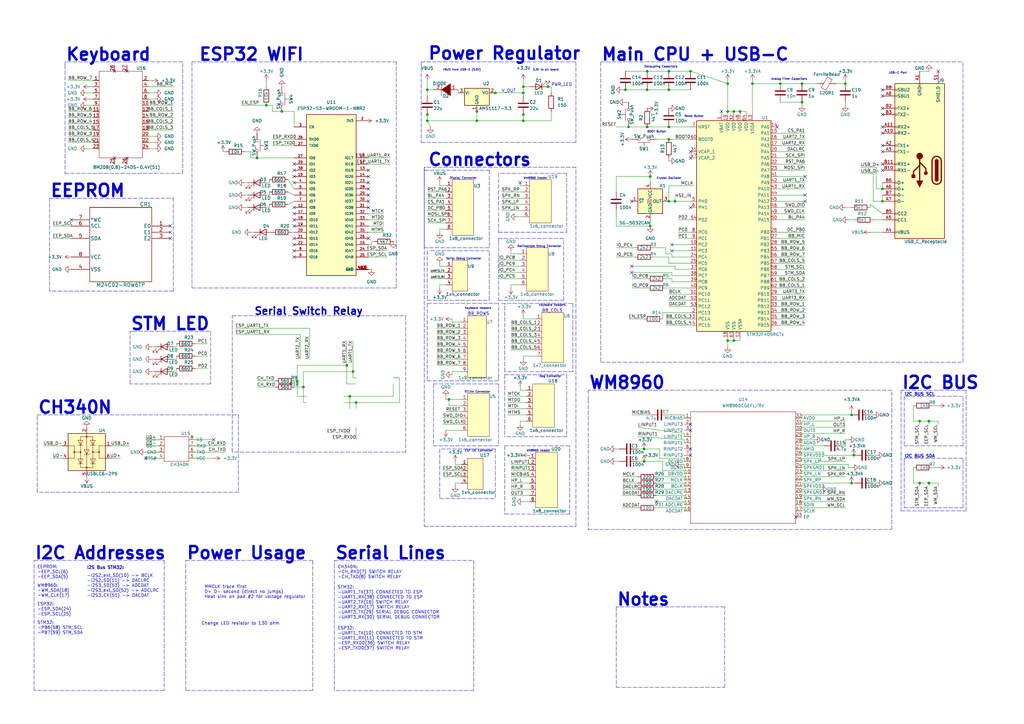
<source format=kicad_sch>
(kicad_sch (version 20211123) (generator eeschema)
  (paper "A3")
  (title_block (title "EV2 - FINN BERG") (date "2023-02-17") (company "CISCO SYSTEMS"))
  (junction (at 146.05 165.1))
  (junction (at 124.46 158.75))
  (junction (at 115.57 45.72))
  (junction (at 276.86 82.55))
  (junction (at 105.41 64.77))
  (junction (at 264.16 184.15))
  (junction (at 266.7 72.39))
  (junction (at 203.2 38.1))
  (junction (at 350.1594 186.69))
  (junction (at 195.58 45.72))
  (junction (at 328.93 41.91))
  (junction (at 109.22 43.18))
  (junction (at 175.26 46.99))
  (junction (at 266.7 92.71))
  (junction (at 264.16 189.23))
  (junction (at 214.63 38.1))
  (junction (at 320.04 34.29))
  (junction (at 175.26 36.83))
  (junction (at 224.79 35.56))
  (junction (at 283.21 29.21))
  (junction (at 274.32 36.83))
  (junction (at 274.32 57.15))
  (junction (at 298.45 45.72))
  (junction (at 121.92 156.21))
  (junction (at 298.45 139.7))
  (junction (at 377.19 198.12))
  (junction (at 265.43 29.21))
  (junction (at 214.63 46.99))
  (junction (at 195.58 49.53))
  (junction (at 214.63 35.56))
  (junction (at 274.32 52.07))
  (junction (at 328.93 34.29))
  (junction (at 300.99 45.72))
  (junction (at 265.43 36.83))
  (junction (at 175.26 49.53))
  (junction (at 214.63 49.53))
  (junction (at 361.95 77.47))
  (junction (at 349.25 198.12))
  (junction (at 274.32 29.21))
  (junction (at 346.71 34.29))
  (junction (at 144.78 152.4))
  (junction (at 308.61 34.29))
  (junction (at 142.24 149.86))
  (junction (at 377.19 172.72))
  (junction (at 257.81 52.07))
  (junction (at 361.95 82.55))
  (junction (at 265.43 52.07))
  (junction (at 349.25 170.18))
  (junction (at 184.15 163.83))
  (junction (at 274.32 82.55))
  (junction (at 143.51 162.56))
  (junction (at 381 198.12))
  (junction (at 256.54 36.83))
  (junction (at 381 172.72))
  (junction (at 298.45 34.29))
  (junction (at 300.99 139.7))
  (junction (at 303.53 45.72))
  (no_connect (at 283.21 62.23))
  (no_connect (at 69.85 97.79))
  (no_connect (at 120.65 67.31))
  (no_connect (at 361.95 67.31))
  (no_connect (at 330.2 72.39))
  (no_connect (at 361.95 36.83))
  (no_connect (at 361.95 54.61))
  (no_connect (at 151.13 69.85))
  (no_connect (at 151.13 77.47))
  (no_connect (at 283.21 173.99))
  (no_connect (at 69.85 95.25))
  (no_connect (at 326.39 212.09))
  (no_connect (at 120.65 105.41))
  (no_connect (at 151.13 82.55))
  (no_connect (at 120.65 100.33))
  (no_connect (at 120.65 72.39))
  (no_connect (at 69.85 92.71))
  (no_connect (at 361.95 39.37))
  (no_connect (at 269.24 205.74))
  (no_connect (at 120.65 87.63))
  (no_connect (at 120.65 102.87))
  (no_connect (at 151.13 85.09))
  (no_connect (at 151.13 97.79))
  (no_connect (at 361.95 44.45))
  (no_connect (at 330.2 82.55))
  (no_connect (at 46.99 64.77))
  (no_connect (at 361.95 59.69))
  (no_connect (at 361.95 46.99))
  (no_connect (at 283.21 184.15))
  (no_connect (at 120.65 90.17))
  (no_connect (at 259.08 82.55))
  (no_connect (at 295.91 45.72))
  (no_connect (at 120.65 92.71))
  (no_connect (at 151.13 80.01))
  (no_connect (at 151.13 74.93))
  (no_connect (at 283.21 176.53))
  (no_connect (at 120.65 74.93))
  (no_connect (at 384.81 29.21))
  (no_connect (at 275.59 100.33))
  (no_connect (at 29.21 90.17))
  (no_connect (at 46.99 29.21))
  (no_connect (at 283.21 64.77))
  (no_connect (at 283.21 186.69))
  (no_connect (at 120.65 97.79))
  (no_connect (at 213.36 74.93))
  (no_connect (at 120.65 85.09))
  (no_connect (at 361.95 62.23))
  (no_connect (at 361.95 52.07))
  (no_connect (at 87.63 180.34))
  (no_connect (at 59.69 187.96))
  (no_connect (at 361.95 69.85))
  (no_connect (at 259.08 109.22))
  (no_connect (at 259.08 111.76))
  (no_connect (at 52.07 64.77))
  (no_connect (at 275.59 102.87))
  (no_connect (at 52.07 29.21))
  (no_connect (at 120.65 69.85))
  (no_connect (at 318.77 52.07))
  (no_connect (at 283.21 85.09))
  (no_connect (at 330.2 80.01))
  (no_connect (at 151.13 72.39))
  (wire (pts (xy 77.47 187.96) (xy 87.63 187.96)))
  (wire (pts (xy 208.28 162.56) (xy 215.9 162.56)))
  (wire (pts (xy 219.71 146.05) (xy 214.63 146.05)))
  (wire (pts (xy 271.78 128.27) (xy 283.21 128.27)))
  (polyline (pts (xy 176.53 102.87) (xy 200.66 102.87)))
  (polyline (pts (xy 236.22 73.66) (xy 236.22 68.58)))
  (polyline (pts (xy 177.8 157.48) (xy 177.8 182.88)))
  (polyline (pts (xy 67.31 229.87) (xy 67.31 283.21)))
  (wire (pts (xy 254 189.23) (xy 252.73 189.23)))
  (wire (pts (xy 264.16 184.15) (xy 261.62 184.15)))
  (wire (pts (xy 318.77 87.63) (xy 330.2 87.63)))
  (wire (pts (xy 151.13 87.63) (xy 157.48 87.63)))
  (wire (pts (xy 27.94 55.88) (xy 40.64 55.88)))
  (wire (pts (xy 274.32 82.55) (xy 276.86 82.55)))
  (wire (pts (xy 254 184.15) (xy 252.73 184.15)))
  (wire (pts (xy 298.45 139.7) (xy 300.99 139.7)))
  (wire (pts (xy 275.59 111.76) (xy 275.59 113.03)))
  (polyline (pts (xy 128.27 229.87) (xy 128.27 283.21)))
  (wire (pts (xy 318.77 85.09) (xy 330.2 85.09)))
  (wire (pts (xy 209.55 143.51) (xy 219.71 143.51)))
  (wire (pts (xy 384.81 191.77) (xy 382.27 191.77)))
  (wire (pts (xy 111.76 43.18) (xy 111.76 45.72)))
  (wire (pts (xy 283.21 204.47) (xy 280.67 204.47)))
  (wire (pts (xy 274.32 107.95) (xy 283.21 107.95)))
  (wire (pts (xy 328.93 191.77) (xy 328.93 190.5)))
  (wire (pts (xy 280.67 198.12) (xy 269.24 198.12)))
  (wire (pts (xy 278.13 97.79) (xy 283.21 97.79)))
  (wire (pts (xy 274.32 36.83) (xy 283.21 36.83)))
  (wire (pts (xy 152.4 99.06) (xy 152.4 100.33)))
  (wire (pts (xy 318.77 59.69) (xy 330.2 59.69)))
  (wire (pts (xy 275.59 105.41) (xy 283.21 105.41)))
  (wire (pts (xy 214.63 205.74) (xy 217.17 205.74)))
  (wire (pts (xy 58.42 48.26) (xy 71.12 48.26)))
  (polyline (pts (xy 236.22 68.58) (xy 173.99 68.58)))
  (wire (pts (xy 27.94 58.42) (xy 40.64 58.42)))
  (polyline (pts (xy 200.66 101.6) (xy 173.99 101.6)))
  (wire (pts (xy 328.93 171.45) (xy 328.93 170.18)))
  (wire (pts (xy 175.26 83.82) (xy 182.88 83.82)))
  (wire (pts (xy 185.42 130.81) (xy 185.42 132.08)))
  (wire (pts (xy 350.52 198.12) (xy 349.25 198.12)))
  (wire (pts (xy 275.59 104.14) (xy 275.59 105.41)))
  (wire (pts (xy 382.27 166.37) (xy 384.81 166.37)))
  (polyline (pts (xy 166.37 129.54) (xy 166.37 185.42)))
  (polyline (pts (xy 234.95 152.4) (xy 207.01 152.4)))
  (wire (pts (xy 326.39 179.07) (xy 328.93 179.07)))
  (wire (pts (xy 320.04 41.91) (xy 328.93 41.91)))
  (wire (pts (xy 109.22 80.01) (xy 110.49 80.01)))
  (wire (pts (xy 283.21 207.01) (xy 280.67 207.01)))
  (wire (pts (xy 298.45 138.43) (xy 298.45 139.7)))
  (wire (pts (xy 381 198.12) (xy 384.81 198.12)))
  (polyline (pts (xy 97.79 201.93) (xy 15.24 201.93)))
  (wire (pts (xy 273.05 104.14) (xy 275.59 104.14)))
  (wire (pts (xy 280.67 196.85) (xy 280.67 195.58)))
  (polyline (pts (xy 95.25 129.54) (xy 166.37 129.54)))
  (wire (pts (xy 283.21 194.31) (xy 280.67 194.31)))
  (wire (pts (xy 359.41 68.58) (xy 353.06 68.58)))
  (wire (pts (xy 283.21 189.23) (xy 280.67 189.23)))
  (polyline (pts (xy 236.22 25.4) (xy 236.22 58.42)))
  (wire (pts (xy 328.93 170.18) (xy 349.25 170.18)))
  (polyline (pts (xy 54.61 135.89) (xy 86.36 135.89)))
  (wire (pts (xy 151.13 110.49) (xy 152.4 110.49)))
  (wire (pts (xy 384.81 198.12) (xy 384.81 199.39)))
  (wire (pts (xy 359.41 77.47) (xy 359.41 68.58)))
  (wire (pts (xy 328.93 177.8) (xy 346.71 177.8)))
  (wire (pts (xy 109.22 43.18) (xy 111.76 43.18)))
  (wire (pts (xy 62.23 147.32) (xy 63.5 147.32)))
  (wire (pts (xy 274.32 66.04) (xy 274.32 64.77)))
  (wire (pts (xy 217.17 187.96) (xy 217.17 186.69)))
  (wire (pts (xy 45.72 187.96) (xy 49.53 187.96)))
  (wire (pts (xy 273.05 118.11) (xy 283.21 118.11)))
  (polyline (pts (xy 365.76 217.17) (xy 365.76 160.02)))
  (wire (pts (xy 274.32 57.15) (xy 283.21 57.15)))
  (wire (pts (xy 181.61 171.45) (xy 189.23 171.45)))
  (polyline (pts (xy 67.31 283.21) (xy 13.97 283.21)))
  (wire (pts (xy 111.76 59.69) (xy 120.65 59.69)))
  (wire (pts (xy 265.43 29.21) (xy 274.32 29.21)))
  (wire (pts (xy 189.23 176.53) (xy 182.88 176.53)))
  (polyline (pts (xy 394.97 182.88) (xy 394.97 162.56)))
  (wire (pts (xy 356.87 95.25) (xy 361.95 95.25)))
  (wire (pts (xy 318.77 120.65) (xy 330.2 120.65)))
  (wire (pts (xy 146.05 154.94) (xy 144.78 154.94)))
  (wire (pts (xy 109.22 85.09) (xy 110.49 85.09)))
  (wire (pts (xy 265.43 52.07) (xy 274.32 52.07)))
  (polyline (pts (xy 370.84 189.23) (xy 370.84 208.28)))
  (polyline (pts (xy 137.16 283.21) (xy 137.16 229.87)))
  (polyline (pts (xy 394.97 148.59) (xy 394.97 25.4)))
  (polyline (pts (xy 370.84 162.56) (xy 370.84 182.88)))
  (wire (pts (xy 318.77 57.15) (xy 330.2 57.15)))
  (wire (pts (xy 182.88 168.91) (xy 189.23 168.91)))
  (wire (pts (xy 326.39 173.99) (xy 328.93 173.99)))
  (wire (pts (xy 36.83 40.64) (xy 40.64 40.64)))
  (wire (pts (xy 105.41 64.77) (xy 120.65 64.77)))
  (wire (pts (xy 328.93 34.29) (xy 335.28 34.29)))
  (wire (pts (xy 175.26 49.53) (xy 176.53 52.07)))
  (wire (pts (xy 350.52 90.17) (xy 347.98 90.17)))
  (wire (pts (xy 283.21 29.21) (xy 298.45 34.29)))
  (wire (pts (xy 209.55 190.5) (xy 217.17 190.5)))
  (wire (pts (xy 328.93 195.58) (xy 346.71 195.58)))
  (wire (pts (xy 77.47 182.88) (xy 92.71 182.88)))
  (polyline (pts (xy 74.93 25.4) (xy 26.67 25.4)))
  (wire (pts (xy 283.21 191.77) (xy 280.67 191.77)))
  (wire (pts (xy 175.26 36.83) (xy 177.8 36.83)))
  (wire (pts (xy 175.26 36.83) (xy 175.26 39.37)))
  (wire (pts (xy 274.32 82.55) (xy 274.32 76.2)))
  (wire (pts (xy 318.77 110.49) (xy 330.2 110.49)))
  (wire (pts (xy 256.54 41.91) (xy 257.81 41.91)))
  (wire (pts (xy 326.39 207.01) (xy 328.93 207.01)))
  (wire (pts (xy 179.07 137.16) (xy 189.23 137.16)))
  (wire (pts (xy 195.58 49.53) (xy 175.26 49.53)))
  (wire (pts (xy 110.49 73.66) (xy 110.49 74.93)))
  (wire (pts (xy 59.69 185.42) (xy 67.31 185.42)))
  (wire (pts (xy 182.88 116.84) (xy 180.34 116.84)))
  (wire (pts (xy 346.71 85.09) (xy 349.25 85.09)))
  (wire (pts (xy 374.65 198.12) (xy 377.19 198.12)))
  (wire (pts (xy 280.67 200.66) (xy 269.24 200.66)))
  (wire (pts (xy 328.93 194.31) (xy 328.93 193.04)))
  (wire (pts (xy 278.13 95.25) (xy 283.21 95.25)))
  (wire (pts (xy 298.45 45.72) (xy 300.99 45.72)))
  (polyline (pts (xy 207.01 182.88) (xy 207.01 210.82)))
  (wire (pts (xy 209.55 200.66) (xy 217.17 200.66)))
  (wire (pts (xy 124.46 152.4) (xy 144.78 152.4)))
  (wire (pts (xy 205.74 81.28) (xy 214.63 81.28)))
  (polyline (pts (xy 204.47 123.19) (xy 231.14 123.19)))
  (wire (pts (xy 275.59 115.57) (xy 275.59 114.3)))
  (wire (pts (xy 381 172.72) (xy 381 173.99)))
  (wire (pts (xy 326.39 199.39) (xy 328.93 199.39)))
  (polyline (pts (xy 204.47 157.48) (xy 204.47 182.88)))
  (polyline (pts (xy 204.47 124.46) (xy 175.26 124.46)))
  (wire (pts (xy 264.16 189.23) (xy 261.62 189.23)))
  (wire (pts (xy 259.08 111.76) (xy 275.59 111.76)))
  (wire (pts (xy 274.32 170.18) (xy 280.67 170.18)))
  (wire (pts (xy 377.19 172.72) (xy 377.19 173.99)))
  (polyline (pts (xy 95.25 185.42) (xy 95.25 129.54)))
  (polyline (pts (xy 173.99 68.58) (xy 173.99 215.9)))
  (polyline (pts (xy 173.99 69.85) (xy 200.66 69.85)))
  (polyline (pts (xy 175.26 102.87) (xy 175.26 123.19)))
  (wire (pts (xy 298.45 139.7) (xy 298.45 142.24)))
  (wire (pts (xy 361.95 87.63) (xy 356.87 83.82)))
  (wire (pts (xy 255.27 208.28) (xy 261.62 208.28)))
  (polyline (pts (xy 396.24 209.55) (xy 396.24 160.02)))
  (wire (pts (xy 77.47 185.42) (xy 92.71 185.42)))
  (wire (pts (xy 346.71 182.88) (xy 346.71 180.34)))
  (wire (pts (xy 58.42 50.8) (xy 71.12 50.8)))
  (wire (pts (xy 215.9 172.72) (xy 213.36 172.72)))
  (wire (pts (xy 356.87 170.18) (xy 358.14 170.18)))
  (wire (pts (xy 119.38 95.25) (xy 120.65 95.25)))
  (wire (pts (xy 151.13 64.77) (xy 160.02 64.77)))
  (wire (pts (xy 151.13 67.31) (xy 160.02 67.31)))
  (wire (pts (xy 328.93 205.74) (xy 346.71 205.74)))
  (polyline (pts (xy 172.72 25.4) (xy 172.72 58.42)))
  (wire (pts (xy 377.19 198.12) (xy 377.19 199.39)))
  (polyline (pts (xy 233.68 210.82) (xy 233.68 182.88)))
  (wire (pts (xy 176.53 114.3) (xy 182.88 114.3)))
  (wire (pts (xy 120.65 45.72) (xy 120.65 52.07)))
  (wire (pts (xy 58.42 58.42) (xy 63.5 58.42)))
  (wire (pts (xy 124.46 165.1) (xy 125.73 165.1)))
  (wire (pts (xy 99.06 43.18) (xy 109.22 43.18)))
  (wire (pts (xy 80.01 140.97) (xy 85.09 140.97)))
  (wire (pts (xy 283.21 120.65) (xy 274.32 120.65)))
  (wire (pts (xy 115.57 45.72) (xy 120.65 45.72)))
  (wire (pts (xy 208.28 167.64) (xy 215.9 167.64)))
  (wire (pts (xy 328.93 175.26) (xy 346.71 175.26)))
  (wire (pts (xy 256.54 29.21) (xy 265.43 29.21)))
  (wire (pts (xy 381 29.21) (xy 377.19 29.21)))
  (polyline (pts (xy 297.18 281.94) (xy 297.18 248.92)))
  (wire (pts (xy 186.69 190.5) (xy 186.69 189.23)))
  (wire (pts (xy 181.61 193.04) (xy 189.23 193.04)))
  (wire (pts (xy 91.44 62.23) (xy 92.71 62.23)))
  (wire (pts (xy 175.26 46.99) (xy 175.26 49.53)))
  (wire (pts (xy 252.73 78.74) (xy 252.73 72.39)))
  (wire (pts (xy 58.42 45.72) (xy 71.12 45.72)))
  (wire (pts (xy 328.93 207.01) (xy 328.93 205.74)))
  (wire (pts (xy 187.96 36.83) (xy 187.96 38.1)))
  (wire (pts (xy 161.29 157.48) (xy 161.29 162.56)))
  (wire (pts (xy 80.01 151.13) (xy 85.09 151.13)))
  (wire (pts (xy 71.12 147.32) (xy 72.39 147.32)))
  (wire (pts (xy 318.77 128.27) (xy 330.2 128.27)))
  (wire (pts (xy 109.22 74.93) (xy 110.49 74.93)))
  (wire (pts (xy 209.55 195.58) (xy 217.17 195.58)))
  (wire (pts (xy 298.45 33.02) (xy 298.45 34.29)))
  (polyline (pts (xy 365.76 160.02) (xy 241.3 160.02)))
  (wire (pts (xy 275.59 114.3) (xy 273.05 114.3)))
  (wire (pts (xy 377.19 172.72) (xy 381 172.72)))
  (wire (pts (xy 96.52 137.16) (xy 123.19 137.16)))
  (polyline (pts (xy 194.31 229.87) (xy 194.31 283.21)))
  (wire (pts (xy 283.21 171.45) (xy 280.67 171.45)))
  (wire (pts (xy 273.05 133.35) (xy 283.21 133.35)))
  (wire (pts (xy 358.14 82.55) (xy 358.14 71.12)))
  (wire (pts (xy 300.99 45.72) (xy 303.53 45.72)))
  (wire (pts (xy 280.67 191.77) (xy 280.67 190.5)))
  (wire (pts (xy 381 198.12) (xy 381 199.39)))
  (wire (pts (xy 213.36 116.84) (xy 209.55 116.84)))
  (wire (pts (xy 120.65 158.75) (xy 124.46 158.75)))
  (wire (pts (xy 27.94 53.34) (xy 40.64 53.34)))
  (polyline (pts (xy 297.18 248.92) (xy 252.73 248.92)))
  (wire (pts (xy 318.77 72.39) (xy 330.2 72.39)))
  (wire (pts (xy 142.24 139.7) (xy 142.24 149.86)))
  (wire (pts (xy 110.49 83.82) (xy 110.49 85.09)))
  (wire (pts (xy 256.54 36.83) (xy 265.43 36.83)))
  (wire (pts (xy 142.24 149.86) (xy 142.24 157.48)))
  (wire (pts (xy 58.42 53.34) (xy 71.12 53.34)))
  (wire (pts (xy 255.27 198.12) (xy 261.62 198.12)))
  (wire (pts (xy 280.67 209.55) (xy 280.67 208.28)))
  (polyline (pts (xy 128.27 283.21) (xy 76.2 283.21)))
  (wire (pts (xy 255.27 200.66) (xy 261.62 200.66)))
  (wire (pts (xy 326.39 196.85) (xy 328.93 196.85)))
  (wire (pts (xy 328.93 199.39) (xy 328.93 198.12)))
  (wire (pts (xy 318.77 102.87) (xy 330.2 102.87)))
  (wire (pts (xy 175.26 91.44) (xy 182.88 91.44)))
  (wire (pts (xy 175.26 86.36) (xy 182.88 86.36)))
  (polyline (pts (xy 13.97 229.87) (xy 67.31 229.87)))
  (wire (pts (xy 303.53 45.72) (xy 303.53 46.99)))
  (polyline (pts (xy 204.47 97.79) (xy 204.47 99.06)))
  (polyline (pts (xy 86.36 135.89) (xy 86.36 157.48)))
  (wire (pts (xy 204.47 114.3) (xy 213.36 114.3)))
  (wire (pts (xy 252.73 72.39) (xy 266.7 72.39)))
  (wire (pts (xy 271.78 193.04) (xy 271.78 189.23)))
  (wire (pts (xy 283.21 196.85) (xy 280.67 196.85)))
  (wire (pts (xy 326.39 186.69) (xy 328.93 186.69)))
  (wire (pts (xy 58.42 33.02) (xy 62.23 33.02)))
  (wire (pts (xy 203.2 38.1) (xy 214.63 38.1)))
  (wire (pts (xy 275.59 100.33) (xy 283.21 100.33)))
  (wire (pts (xy 27.94 33.02) (xy 40.64 33.02)))
  (wire (pts (xy 280.67 181.61) (xy 280.67 180.34)))
  (wire (pts (xy 280.67 180.34) (xy 261.62 179.07)))
  (wire (pts (xy 259.08 170.18) (xy 266.7 170.18)))
  (wire (pts (xy 182.88 76.2) (xy 180.34 76.2)))
  (wire (pts (xy 346.71 41.91) (xy 346.71 43.18)))
  (polyline (pts (xy 232.41 179.07) (xy 207.01 179.07)))
  (wire (pts (xy 71.12 152.4) (xy 72.39 152.4)))
  (polyline (pts (xy 175.26 124.46) (xy 175.26 156.21)))
  (polyline (pts (xy 370.84 187.96) (xy 370.84 189.23)))
  (wire (pts (xy 259.08 109.22) (xy 276.86 109.22)))
  (wire (pts (xy 280.67 171.45) (xy 280.67 170.18)))
  (wire (pts (xy 318.77 82.55) (xy 330.2 82.55)))
  (wire (pts (xy 209.55 138.43) (xy 219.71 138.43)))
  (wire (pts (xy 209.55 116.84) (xy 209.55 118.11)))
  (wire (pts (xy 58.42 60.96) (xy 63.5 60.96)))
  (wire (pts (xy 143.51 162.56) (xy 161.29 162.56)))
  (wire (pts (xy 280.67 189.23) (xy 280.67 187.96)))
  (wire (pts (xy 336.55 189.23) (xy 346.71 189.23)))
  (wire (pts (xy 219.71 130.81) (xy 214.63 130.81)))
  (wire (pts (xy 58.42 40.64) (xy 63.5 40.64)))
  (wire (pts (xy 109.22 33.02) (xy 109.22 35.56)))
  (polyline (pts (xy 26.67 71.12) (xy 74.93 71.12)))
  (wire (pts (xy 72.39 146.05) (xy 72.39 147.32)))
  (wire (pts (xy 328.93 179.07) (xy 328.93 177.8)))
  (wire (pts (xy 149.86 49.53) (xy 151.13 49.53)))
  (wire (pts (xy 342.9 34.29) (xy 346.71 34.29)))
  (polyline (pts (xy 97.79 170.18) (xy 97.79 201.93)))
  (wire (pts (xy 377.19 198.12) (xy 381 198.12)))
  (wire (pts (xy 181.61 195.58) (xy 189.23 195.58)))
  (wire (pts (xy 326.39 176.53) (xy 328.93 176.53)))
  (wire (pts (xy 189.23 132.08) (xy 185.42 132.08)))
  (polyline (pts (xy 172.72 25.4) (xy 236.22 25.4)))
  (wire (pts (xy 214.63 33.02) (xy 214.63 35.56)))
  (wire (pts (xy 318.77 113.03) (xy 330.2 113.03)))
  (wire (pts (xy 195.58 45.72) (xy 195.58 49.53)))
  (wire (pts (xy 318.77 74.93) (xy 330.2 74.93)))
  (wire (pts (xy 347.98 191.77) (xy 349.25 191.77)))
  (polyline (pts (xy 204.47 154.94) (xy 204.47 124.46)))
  (wire (pts (xy 328.93 201.93) (xy 328.93 200.66)))
  (wire (pts (xy 163.83 154.94) (xy 163.83 165.1)))
  (wire (pts (xy 189.23 152.4) (xy 185.42 152.4)))
  (wire (pts (xy 256.54 36.83) (xy 255.27 36.83)))
  (wire (pts (xy 151.13 102.87) (xy 158.75 102.87)))
  (wire (pts (xy 300.99 45.72) (xy 300.99 46.99)))
  (polyline (pts (xy 252.73 248.92) (xy 252.73 251.46)))
  (wire (pts (xy 271.78 189.23) (xy 264.16 189.23)))
  (wire (pts (xy 45.72 182.88) (xy 53.34 182.88)))
  (wire (pts (xy 273.05 101.6) (xy 273.05 104.14)))
  (wire (pts (xy 180.34 74.93) (xy 180.34 76.2)))
  (wire (pts (xy 267.97 101.6) (xy 273.05 101.6)))
  (wire (pts (xy 35.56 60.96) (xy 40.64 60.96)))
  (wire (pts (xy 209.55 102.87) (xy 209.55 104.14)))
  (wire (pts (xy 102.87 62.23) (xy 102.87 64.77)))
  (wire (pts (xy 374.65 191.77) (xy 374.65 198.12)))
  (wire (pts (xy 349.25 168.91) (xy 349.25 170.18)))
  (wire (pts (xy 179.07 142.24) (xy 189.23 142.24)))
  (wire (pts (xy 179.07 134.62) (xy 189.23 134.62)))
  (wire (pts (xy 59.69 187.96) (xy 67.31 187.96)))
  (wire (pts (xy 146.05 157.48) (xy 142.24 157.48)))
  (polyline (pts (xy 394.97 187.96) (xy 370.84 187.96)))
  (wire (pts (xy 266.7 90.17) (xy 266.7 92.71)))
  (wire (pts (xy 267.97 105.41) (xy 274.32 105.41)))
  (polyline (pts (xy 204.47 154.94) (xy 204.47 156.21)))
  (wire (pts (xy 280.67 203.2) (xy 269.24 203.2)))
  (wire (pts (xy 326.39 209.55) (xy 328.93 209.55)))
  (wire (pts (xy 328.93 193.04) (xy 346.71 193.04)))
  (polyline (pts (xy 382.27 162.56) (xy 370.84 162.56)))
  (wire (pts (xy 259.08 118.11) (xy 265.43 118.11)))
  (polyline (pts (xy 204.47 99.06) (xy 204.47 123.19)))
  (polyline (pts (xy 71.12 81.28) (xy 71.12 119.38)))
  (polyline (pts (xy 207.01 153.67) (xy 207.01 179.07)))
  (wire (pts (xy 184.15 166.37) (xy 184.15 163.83)))
  (wire (pts (xy 326.39 204.47) (xy 328.93 204.47)))
  (wire (pts (xy 161.29 154.94) (xy 163.83 154.94)))
  (wire (pts (xy 182.88 109.22) (xy 180.34 109.22)))
  (polyline (pts (xy 20.32 81.28) (xy 71.12 81.28)))
  (wire (pts (xy 328.93 209.55) (xy 328.93 208.28)))
  (wire (pts (xy 273.05 130.81) (xy 283.21 130.81)))
  (wire (pts (xy 100.33 62.23) (xy 102.87 62.23)))
  (wire (pts (xy 280.67 205.74) (xy 269.24 205.74)))
  (wire (pts (xy 326.39 189.23) (xy 328.93 189.23)))
  (polyline (pts (xy 241.3 160.02) (xy 241.3 163.83)))
  (wire (pts (xy 328.93 187.96) (xy 336.55 187.96)))
  (polyline (pts (xy 370.84 182.88) (xy 394.97 182.88)))
  (wire (pts (xy 274.32 76.2) (xy 284.48 76.2)))
  (wire (pts (xy 204.47 109.22) (xy 213.36 109.22)))
  (wire (pts (xy 265.43 36.83) (xy 274.32 36.83)))
  (wire (pts (xy 189.23 163.83) (xy 184.15 163.83)))
  (wire (pts (xy 255.27 203.2) (xy 261.62 203.2)))
  (wire (pts (xy 77.47 180.34) (xy 87.63 180.34)))
  (wire (pts (xy 295.91 46.99) (xy 295.91 45.72)))
  (wire (pts (xy 276.86 81.28) (xy 276.86 82.55)))
  (wire (pts (xy 328.93 172.72) (xy 346.71 172.72)))
  (polyline (pts (xy 207.01 210.82) (xy 233.68 210.82)))
  (wire (pts (xy 269.24 57.15) (xy 274.32 57.15)))
  (polyline (pts (xy 53.34 135.89) (xy 54.61 135.89)))
  (wire (pts (xy 214.63 76.2) (xy 213.36 76.2)))
  (wire (pts (xy 275.59 102.87) (xy 283.21 102.87)))
  (wire (pts (xy 358.14 71.12) (xy 353.06 71.12)))
  (wire (pts (xy 124.46 152.4) (xy 124.46 158.75)))
  (wire (pts (xy 328.93 190.5) (xy 347.98 190.5)))
  (wire (pts (xy 209.55 193.04) (xy 217.17 193.04)))
  (wire (pts (xy 308.61 34.29) (xy 308.61 46.99)))
  (wire (pts (xy 298.45 45.72) (xy 298.45 46.99)))
  (wire (pts (xy 209.55 140.97) (xy 219.71 140.97)))
  (polyline (pts (xy 231.14 97.79) (xy 204.47 97.79)))
  (polyline (pts (xy 246.38 148.59) (xy 394.97 148.59)))
  (wire (pts (xy 300.99 139.7) (xy 303.53 139.7)))
  (polyline (pts (xy 205.74 124.46) (xy 234.95 124.46)))
  (wire (pts (xy 151.13 92.71) (xy 157.48 92.71)))
  (wire (pts (xy 200.66 38.1) (xy 203.2 38.1)))
  (wire (pts (xy 36.83 35.56) (xy 40.64 35.56)))
  (wire (pts (xy 318.77 100.33) (xy 330.2 100.33)))
  (polyline (pts (xy 173.99 69.85) (xy 173.99 101.6)))
  (polyline (pts (xy 162.56 118.11) (xy 162.56 25.4)))
  (wire (pts (xy 96.52 134.62) (xy 127 134.62)))
  (wire (pts (xy 121.92 156.21) (xy 121.92 162.56)))
  (wire (pts (xy 361.95 74.93) (xy 361.95 77.47)))
  (wire (pts (xy 328.93 203.2) (xy 346.71 203.2)))
  (wire (pts (xy 279.4 190.5) (xy 280.67 190.5)))
  (wire (pts (xy 151.13 105.41) (xy 158.75 105.41)))
  (polyline (pts (xy 26.67 25.4) (xy 26.67 26.67)))
  (polyline (pts (xy 204.47 182.88) (xy 177.8 182.88)))
  (wire (pts (xy 318.77 90.17) (xy 330.2 90.17)))
  (wire (pts (xy 257.81 52.07) (xy 265.43 52.07)))
  (wire (pts (xy 27.94 48.26) (xy 40.64 48.26)))
  (wire (pts (xy 328.93 185.42) (xy 337.82 185.42)))
  (polyline (pts (xy 396.24 160.02) (xy 369.57 160.02)))
  (wire (pts (xy 27.94 50.8) (xy 40.64 50.8)))
  (polyline (pts (xy 232.41 95.25) (xy 232.41 71.12)))
  (polyline (pts (xy 203.2 184.15) (xy 203.2 204.47)))
  (wire (pts (xy 381 172.72) (xy 384.81 172.72)))
  (wire (pts (xy 189.23 198.12) (xy 186.69 198.12)))
  (wire (pts (xy 21.59 187.96) (xy 25.4 187.96)))
  (wire (pts (xy 318.77 62.23) (xy 330.2 62.23)))
  (wire (pts (xy 320.04 34.29) (xy 328.93 34.29)))
  (wire (pts (xy 58.42 35.56) (xy 71.12 35.56)))
  (wire (pts (xy 300.99 138.43) (xy 300.99 139.7)))
  (wire (pts (xy 209.55 133.35) (xy 219.71 133.35)))
  (polyline (pts (xy 369.57 209.55) (xy 396.24 209.55)))
  (wire (pts (xy 208.28 170.18) (xy 215.9 170.18)))
  (wire (pts (xy 283.21 201.93) (xy 280.67 201.93)))
  (polyline (pts (xy 236.22 215.9) (xy 236.22 176.53)))
  (polyline (pts (xy 233.68 182.88) (xy 207.01 182.88)))
  (polyline (pts (xy 232.41 71.12) (xy 229.87 71.12)))
  (wire (pts (xy 214.63 35.56) (xy 214.63 38.1)))
  (wire (pts (xy 214.63 38.1) (xy 214.63 39.37)))
  (wire (pts (xy 209.55 135.89) (xy 219.71 135.89)))
  (polyline (pts (xy 177.8 157.48) (xy 204.47 157.48)))
  (polyline (pts (xy 246.38 25.4) (xy 394.97 25.4)))
  (wire (pts (xy 175.26 78.74) (xy 182.88 78.74)))
  (wire (pts (xy 252.73 92.71) (xy 266.7 92.71)))
  (wire (pts (xy 280.67 177.8) (xy 261.62 175.26)))
  (wire (pts (xy 180.34 109.22) (xy 180.34 107.95)))
  (wire (pts (xy 179.07 149.86) (xy 189.23 149.86)))
  (wire (pts (xy 224.79 35.56) (xy 226.06 35.56)))
  (wire (pts (xy 205.74 83.82) (xy 214.63 83.82)))
  (wire (pts (xy 151.13 90.17) (xy 157.48 90.17)))
  (wire (pts (xy 222.25 35.56) (xy 224.79 35.56)))
  (wire (pts (xy 72.39 151.13) (xy 72.39 152.4)))
  (wire (pts (xy 346.71 180.34) (xy 347.98 180.34)))
  (wire (pts (xy 195.58 43.18) (xy 195.58 45.72)))
  (wire (pts (xy 356.87 83.82) (xy 356.87 85.09)))
  (wire (pts (xy 274.32 29.21) (xy 283.21 29.21)))
  (polyline (pts (xy 86.36 157.48) (xy 53.34 157.48)))
  (wire (pts (xy 100.33 85.09) (xy 101.6 85.09)))
  (wire (pts (xy 100.33 80.01) (xy 101.6 80.01)))
  (wire (pts (xy 358.14 186.69) (xy 359.41 186.69)))
  (wire (pts (xy 326.39 184.15) (xy 328.93 184.15)))
  (wire (pts (xy 213.36 172.72) (xy 213.36 173.99)))
  (wire (pts (xy 226.06 45.72) (xy 226.06 49.53)))
  (wire (pts (xy 347.98 190.5) (xy 347.98 191.77)))
  (wire (pts (xy 118.11 83.82) (xy 120.65 82.55)))
  (wire (pts (xy 176.53 111.76) (xy 182.88 111.76)))
  (polyline (pts (xy 394.97 208.28) (xy 394.97 187.96)))
  (wire (pts (xy 35.56 38.1) (xy 40.64 38.1)))
  (wire (pts (xy 153.67 99.06) (xy 152.4 99.06)))
  (wire (pts (xy 205.74 86.36) (xy 214.63 86.36)))
  (wire (pts (xy 328.93 200.66) (xy 336.55 200.66)))
  (wire (pts (xy 283.21 179.07) (xy 280.67 179.07)))
  (wire (pts (xy 214.63 46.99) (xy 214.63 49.53)))
  (wire (pts (xy 100.33 74.93) (xy 101.6 74.93)))
  (wire (pts (xy 270.51 184.15) (xy 264.16 184.15)))
  (wire (pts (xy 151.13 95.25) (xy 157.48 95.25)))
  (wire (pts (xy 326.39 201.93) (xy 328.93 201.93)))
  (wire (pts (xy 350.1594 186.69) (xy 350.52 186.69)))
  (wire (pts (xy 328.93 181.61) (xy 328.93 180.34)))
  (wire (pts (xy 280.67 207.01) (xy 280.67 205.74)))
  (polyline (pts (xy 236.22 58.42) (xy 172.72 58.42)))
  (wire (pts (xy 318.77 115.57) (xy 330.2 115.57)))
  (wire (pts (xy 72.39 140.97) (xy 72.39 142.24)))
  (wire (pts (xy 306.07 45.72) (xy 306.07 46.99)))
  (wire (pts (xy 318.77 125.73) (xy 330.2 125.73)))
  (wire (pts (xy 318.77 107.95) (xy 330.2 107.95)))
  (wire (pts (xy 276.86 82.55) (xy 283.21 82.55)))
  (wire (pts (xy 283.21 115.57) (xy 275.59 115.57)))
  (wire (pts (xy 214.63 49.53) (xy 226.06 49.53)))
  (wire (pts (xy 358.14 198.12) (xy 359.41 198.12)))
  (polyline (pts (xy 26.67 26.67) (xy 26.67 71.12)))
  (wire (pts (xy 328.93 184.15) (xy 328.93 182.88)))
  (polyline (pts (xy 15.24 201.93) (xy 15.24 170.18)))
  (wire (pts (xy 337.82 186.69) (xy 350.1594 186.69)))
  (wire (pts (xy 283.21 113.03) (xy 275.59 113.03)))
  (wire (pts (xy 328.93 41.91) (xy 328.93 43.18)))
  (wire (pts (xy 269.24 195.58) (xy 280.67 195.58)))
  (wire (pts (xy 308.61 34.29) (xy 320.04 34.29)))
  (polyline (pts (xy 200.66 123.19) (xy 200.66 102.87)))
  (wire (pts (xy 318.77 64.77) (xy 330.2 64.77)))
  (polyline (pts (xy 20.32 119.38) (xy 20.32 81.28)))
  (wire (pts (xy 384.81 172.72) (xy 384.81 173.99)))
  (wire (pts (xy 214.63 88.9) (xy 212.09 88.9)))
  (wire (pts (xy 111.76 45.72) (xy 115.57 45.72)))
  (wire (pts (xy 361.95 80.01) (xy 361.95 82.55)))
  (wire (pts (xy 298.45 34.29) (xy 298.45 45.72)))
  (wire (pts (xy 318.77 123.19) (xy 330.2 123.19)))
  (wire (pts (xy 204.47 106.68) (xy 213.36 106.68)))
  (wire (pts (xy 140.97 165.1) (xy 146.05 165.1)))
  (wire (pts (xy 214.63 129.54) (xy 214.63 130.81)))
  (wire (pts (xy 326.39 191.77) (xy 328.93 191.77)))
  (wire (pts (xy 58.42 38.1) (xy 63.5 38.1)))
  (wire (pts (xy 283.21 110.49) (xy 276.86 110.49)))
  (wire (pts (xy 58.42 55.88) (xy 63.5 55.88)))
  (polyline (pts (xy 180.34 204.47) (xy 203.2 204.47)))
  (polyline (pts (xy 204.47 95.25) (xy 232.41 95.25)))
  (wire (pts (xy 209.55 203.2) (xy 217.17 203.2)))
  (wire (pts (xy 180.34 93.98) (xy 180.34 95.25)))
  (polyline (pts (xy 252.73 248.92) (xy 252.73 248.92)))
  (wire (pts (xy 179.07 139.7) (xy 189.23 139.7)))
  (wire (pts (xy 152.4 100.33) (xy 151.13 100.33)))
  (wire (pts (xy 280.67 187.96) (xy 270.51 187.96)))
  (wire (pts (xy 303.53 45.72) (xy 306.07 45.72)))
  (wire (pts (xy 283.21 123.19) (xy 274.32 123.19)))
  (wire (pts (xy 361.95 77.47) (xy 359.41 77.47)))
  (wire (pts (xy 328.93 196.85) (xy 328.93 195.58)))
  (polyline (pts (xy 232.41 153.67) (xy 232.41 179.07)))
  (wire (pts (xy 35.56 43.18) (xy 40.64 43.18)))
  (wire (pts (xy 102.87 64.77) (xy 105.41 64.77)))
  (wire (pts (xy 62.23 152.4) (xy 63.5 152.4)))
  (wire (pts (xy 326.39 171.45) (xy 328.93 171.45)))
  (wire (pts (xy 328.93 189.23) (xy 328.93 187.96)))
  (polyline (pts (xy 74.93 71.12) (xy 74.93 25.4)))
  (wire (pts (xy 361.95 82.55) (xy 358.14 82.55)))
  (wire (pts (xy 189.23 190.5) (xy 186.69 190.5)))
  (wire (pts (xy 303.53 138.43) (xy 303.53 139.7)))
  (wire (pts (xy 252.73 86.36) (xy 252.73 92.71)))
  (wire (pts (xy 182.88 162.56) (xy 182.88 163.83)))
  (wire (pts (xy 374.65 166.37) (xy 374.65 172.72)))
  (polyline (pts (xy 241.3 163.83) (xy 241.3 217.17)))
  (wire (pts (xy 143.51 175.26) (xy 143.51 177.8)))
  (wire (pts (xy 180.34 116.84) (xy 180.34 118.11)))
  (wire (pts (xy 27.94 45.72) (xy 40.64 45.72)))
  (wire (pts (xy 255.27 195.58) (xy 261.62 195.58)))
  (wire (pts (xy 274.32 125.73) (xy 283.21 125.73)))
  (polyline (pts (xy 76.2 283.21) (xy 76.2 229.87)))
  (wire (pts (xy 252.73 52.07) (xy 257.81 52.07)))
  (wire (pts (xy 318.77 77.47) (xy 330.2 77.47)))
  (wire (pts (xy 328.93 208.28) (xy 346.71 208.28)))
  (wire (pts (xy 280.67 199.39) (xy 280.67 198.12)))
  (wire (pts (xy 276.86 109.22) (xy 276.86 110.49)))
  (wire (pts (xy 59.69 180.34) (xy 67.31 180.34)))
  (wire (pts (xy 280.67 208.28) (xy 269.24 208.28)))
  (polyline (pts (xy 78.74 118.11) (xy 162.56 118.11)))
  (wire (pts (xy 146.05 165.1) (xy 163.83 165.1)))
  (polyline (pts (xy 180.34 184.15) (xy 180.34 204.47)))
  (wire (pts (xy 318.77 118.11) (xy 330.2 118.11)))
  (wire (pts (xy 143.51 162.56) (xy 143.51 167.64)))
  (wire (pts (xy 175.26 81.28) (xy 182.88 81.28)))
  (wire (pts (xy 326.39 181.61) (xy 328.93 181.61)))
  (wire (pts (xy 252.73 105.41) (xy 260.35 105.41)))
  (wire (pts (xy 257.81 130.81) (xy 264.16 130.81)))
  (wire (pts (xy 337.82 185.42) (xy 337.82 186.69)))
  (wire (pts (xy 328.93 198.12) (xy 349.25 198.12)))
  (polyline (pts (xy 175.26 156.21) (xy 204.47 156.21)))
  (polyline (pts (xy 369.57 160.02) (xy 369.57 209.55)))
  (polyline (pts (xy 53.34 157.48) (xy 53.34 135.89)))
  (wire (pts (xy 175.26 33.02) (xy 175.26 36.83)))
  (wire (pts (xy 213.36 158.75) (xy 213.36 160.02)))
  (wire (pts (xy 179.07 147.32) (xy 189.23 147.32)))
  (wire (pts (xy 121.92 149.86) (xy 142.24 149.86)))
  (polyline (pts (xy 241.3 217.17) (xy 365.76 217.17)))
  (wire (pts (xy 195.58 49.53) (xy 214.63 49.53)))
  (wire (pts (xy 123.19 147.32) (xy 123.19 137.16)))
  (wire (pts (xy 328.93 180.34) (xy 334.01 180.34)))
  (wire (pts (xy 118.11 78.74) (xy 120.65 80.01)))
  (wire (pts (xy 283.21 199.39) (xy 280.67 199.39)))
  (polyline (pts (xy 229.87 71.12) (xy 204.47 71.12)))
  (wire (pts (xy 110.49 78.74) (xy 110.49 80.01)))
  (wire (pts (xy 328.93 176.53) (xy 328.93 175.26)))
  (polyline (pts (xy 204.47 71.12) (xy 204.47 95.25)))
  (polyline (pts (xy 78.74 25.4) (xy 78.74 118.11)))
  (wire (pts (xy 274.32 105.41) (xy 274.32 107.95)))
  (wire (pts (xy 280.67 179.07) (xy 280.67 177.8)))
  (wire (pts (xy 146.05 175.26) (xy 146.05 180.34)))
  (wire (pts (xy 120.65 156.21) (xy 121.92 156.21)))
  (wire (pts (xy 259.08 114.3) (xy 265.43 114.3)))
  (wire (pts (xy 213.36 104.14) (xy 209.55 104.14)))
  (wire (pts (xy 318.77 130.81) (xy 330.2 130.81)))
  (polyline (pts (xy 173.99 68.58) (xy 173.99 74.93)))
  (polyline (pts (xy 76.2 229.87) (xy 128.27 229.87)))
  (wire (pts (xy 118.11 73.66) (xy 120.65 77.47)))
  (wire (pts (xy 140.97 162.56) (xy 143.51 162.56)))
  (wire (pts (xy 358.14 90.17) (xy 361.95 90.17)))
  (wire (pts (xy 111.76 57.15) (xy 120.65 57.15)))
  (wire (pts (xy 182.88 93.98) (xy 180.34 93.98)))
  (wire (pts (xy 121.92 149.86) (xy 121.92 156.21)))
  (wire (pts (xy 318.77 95.25) (xy 330.2 95.25)))
  (polyline (pts (xy 78.74 25.4) (xy 162.56 25.4)))
  (wire (pts (xy 318.77 69.85) (xy 330.2 69.85)))
  (wire (pts (xy 318.77 133.35) (xy 330.2 133.35)))
  (polyline (pts (xy 175.26 123.19) (xy 200.66 123.19)))
  (polyline (pts (xy 15.24 170.18) (xy 97.79 170.18)))
  (wire (pts (xy 208.28 165.1) (xy 215.9 165.1)))
  (wire (pts (xy 308.61 33.02) (xy 308.61 34.29)))
  (wire (pts (xy 280.67 204.47) (xy 280.67 203.2)))
  (wire (pts (xy 179.07 144.78) (xy 189.23 144.78)))
  (polyline (pts (xy 13.97 283.21) (xy 13.97 229.87)))
  (wire (pts (xy 204.47 111.76) (xy 213.36 111.76)))
  (wire (pts (xy 266.7 72.39) (xy 266.7 74.93)))
  (wire (pts (xy 215.9 160.02) (xy 213.36 160.02)))
  (wire (pts (xy 283.21 181.61) (xy 280.67 181.61)))
  (wire (pts (xy 326.39 194.31) (xy 328.93 194.31)))
  (wire (pts (xy 318.77 80.01) (xy 330.2 80.01)))
  (wire (pts (xy 318.77 97.79) (xy 330.2 97.79)))
  (wire (pts (xy 21.59 97.79) (xy 29.21 97.79)))
  (wire (pts (xy 105.41 156.21) (xy 113.03 156.21)))
  (wire (pts (xy 17.78 182.88) (xy 25.4 182.88)))
  (wire (pts (xy 213.36 74.93) (xy 213.36 76.2)))
  (wire (pts (xy 124.46 158.75) (xy 124.46 165.1)))
  (polyline (pts (xy 252.73 251.46) (xy 252.73 281.94)))
  (polyline (pts (xy 394.97 162.56) (xy 382.27 162.56)))
  (wire (pts (xy 21.59 92.71) (xy 29.21 92.71)))
  (wire (pts (xy 226.06 35.56) (xy 226.06 38.1)))
  (wire (pts (xy 328.93 182.88) (xy 337.82 182.88)))
  (polyline (pts (xy 207.01 153.67) (xy 232.41 153.67)))
  (polyline (pts (xy 137.16 229.87) (xy 194.31 229.87)))
  (polyline (pts (xy 370.84 208.28) (xy 394.97 208.28)))
  (polyline (pts (xy 166.37 185.42) (xy 95.25 185.42)))
  (polyline (pts (xy 234.95 124.46) (xy 234.95 152.4)))
  (wire (pts (xy 209.55 198.12) (xy 217.17 198.12)))
  (polyline (pts (xy 231.14 123.19) (xy 231.14 97.79)))
  (wire (pts (xy 374.65 172.72) (xy 377.19 172.72)))
  (polyline (pts (xy 252.73 281.94) (xy 297.18 281.94)))
  (wire (pts (xy 328.93 173.99) (xy 328.93 172.72)))
  (wire (pts (xy 175.26 44.45) (xy 175.26 46.99)))
  (wire (pts (xy 270.51 187.96) (xy 270.51 184.15)))
  (wire (pts (xy 58.42 43.18) (xy 71.12 43.18)))
  (wire (pts (xy 274.32 52.07) (xy 283.21 52.07)))
  (wire (pts (xy 336.55 187.96) (xy 336.55 189.23)))
  (wire (pts (xy 121.92 162.56) (xy 125.73 162.56)))
  (wire (pts (xy 280.67 201.93) (xy 280.67 200.66)))
  (wire (pts (xy 214.63 44.45) (xy 214.63 46.99)))
  (wire (pts (xy 271.78 128.27) (xy 271.78 130.81)))
  (wire (pts (xy 252.73 101.6) (xy 260.35 101.6)))
  (wire (pts (xy 318.77 67.31) (xy 330.2 67.31)))
  (wire (pts (xy 144.78 139.7) (xy 144.78 152.4)))
  (wire (pts (xy 59.69 182.88) (xy 67.31 182.88)))
  (wire (pts (xy 214.63 146.05) (xy 214.63 147.32)))
  (wire (pts (xy 185.42 152.4) (xy 185.42 153.67)))
  (wire (pts (xy 345.44 182.88) (xy 346.71 182.88)))
  (wire (pts (xy 189.23 166.37) (xy 184.15 166.37)))
  (wire (pts (xy 62.23 142.24) (xy 63.5 142.24)))
  (polyline (pts (xy 246.38 25.4) (xy 246.38 148.59)))
  (wire (pts (xy 318.77 54.61) (xy 330.2 54.61)))
  (wire (pts (xy 346.71 33.02) (xy 346.71 34.29)))
  (wire (pts (xy 181.61 173.99) (xy 189.23 173.99)))
  (wire (pts (xy 283.21 209.55) (xy 280.67 209.55)))
  (polyline (pts (xy 200.66 69.85) (xy 200.66 101.6)))
  (wire (pts (xy 214.63 35.56) (xy 217.17 35.56)))
  (wire (pts (xy 280.67 193.04) (xy 271.78 193.04)))
  (polyline (pts (xy 236.22 176.53) (xy 236.22 73.66)))
  (polyline (pts (xy 203.2 184.15) (xy 180.34 184.15)))
  (wire (pts (xy 280.67 194.31) (xy 280.67 193.04)))
  (polyline (pts (xy 194.31 283.21) (xy 137.16 283.21)))
  (wire (pts (xy 80.01 146.05) (xy 85.09 146.05)))
  (wire (pts (xy 318.77 105.41) (xy 330.2 105.41)))
  (wire (pts (xy 146.05 165.1) (xy 146.05 167.64)))
  (wire (pts (xy 186.69 198.12) (xy 186.69 199.39)))
  (wire (pts (xy 144.78 152.4) (xy 144.78 154.94)))
  (polyline (pts (xy 71.12 119.38) (xy 20.32 119.38)))
  (wire (pts (xy 127 147.32) (xy 127 134.62)))
  (wire (pts (xy 328.93 204.47) (xy 328.93 203.2)))
  (polyline (pts (xy 173.99 215.9) (xy 236.22 215.9)))
  (wire (pts (xy 205.74 78.74) (xy 214.63 78.74)))
  (polyline (pts (xy 207.01 152.4) (xy 207.01 124.46)))
  (wire (pts (xy 184.15 163.83) (xy 182.88 163.83)))
  (wire (pts (xy 105.41 158.75) (xy 113.03 158.75)))
  (wire (pts (xy 175.26 88.9) (xy 182.88 88.9)))
  (wire (pts (xy 71.12 142.24) (xy 72.39 142.24)))
  (wire (pts (xy 278.13 90.17) (xy 283.21 90.17)))
  (wire (pts (xy 102.87 95.25) (xy 104.14 95.25)))
  (wire (pts (xy 328.93 186.69) (xy 328.93 185.42)))
  (text "STM32:\n-UART1_TX(37) CONNECTED TO ESP\n-UART1_RX(38) CONNECTED TO ESP\n-UART2_TX(16) SWITCH RELAY\n-UART2_RX(17) SWITCH RELAY\n-UART3_TX(29) SERIAL DEBUG CONNECTOR\n-UART3_RX(30) SERIAL DEBUG CONNECTOR" (at 138.43 254 0) (effects (font (size 1.27 1.27)) (justify left bottom)))
  (text "Serial Switch Relay" (at 104.14 129.54 0) (effects (font (size 3 3) bold) (justify left bottom)))
  (text "EEPROM:\n-EEP_SCL(6) \n-EEP_SDA(5)" (at 15.24 237.49 0) (effects (font (size 1.27 1.27)) (justify left bottom)))
  (text "I2S Bus STM32:" (at 35.56 233.68 0) (effects (font (size 1.27 1.27) (thickness 0.254) bold) (justify left bottom)))
  (text "BB_COLS\n" (at 222.25 128.27 0) (effects (font (size 1.27 1.27)) (justify left bottom)))
  (text "ESP32:\n-ESP_SDA(24)\n-ESP_SCL(25)" (at 15.24 252.73 0) (effects (font (size 1.27 1.27)) (justify left bottom)))
  (text "ESP32 WIFI\n" (at 81.28 25.4 0) (effects (font (size 5 5) (thickness 1) bold) (justify left bottom)))
  (text "Analog Filter Capacitors" (at 316.23 33.02 0) (effects (font (size 0.8 0.8)) (justify left bottom)))
  (text "I2C BUS SCL\n" (at 370.84 162.56 0) (effects (font (size 1.27 1.27) (thickness 0.254) bold) (justify left bottom)))
  (text "PWR_LED" (at 226.06 35.56 0) (effects (font (size 1.27 1.27)) (justify left bottom)))
  (text "Keyboard Headers" (at 190.5 127 0) (effects (font (size 0.8 0.8)) (justify left bottom)))
  (text "Crystal Oscilator" (at 269.24 73.66 0) (effects (font (size 0.8 0.8)) (justify left bottom)))
  (text "CH340N: \n-CH_RXD(7) SWITCH RELAY\n-CH_TXD(8) SWITCH RELAY" (at 138.43 237.49 0) (effects (font (size 1.27 1.27)) (justify left bottom)))
  (text "Keyboard Headers" (at 220.98 125.73 0) (effects (font (size 0.8 0.8)) (justify left bottom)))
  (text "3.3V to all board" (at 218.44 29.21 0) (effects (font (size 0.8 0.8)) (justify left bottom)))
  (text "BB_ROWS\n" (at 191.77 129.54 0) (effects (font (size 1.27 1.27)) (justify left bottom)))
  (text "Decoupling Capacitors" (at 264.16 27.94 0) (effects (font (size 0.8 0.8)) (justify left bottom)))
  (text "Main CPU + USB-C" (at 246.38 25.4 0) (effects (font (size 5 5) (thickness 1) bold) (justify left bottom)))
  (text "Serial Debug Connector" (at 182.88 106.68 0) (effects (font (size 0.8 0.8)) (justify left bottom)))
  (text "-I2S2_ext_SD(10) -> BCLK\n-I2S2_SD(11) -> DACLRC\n-I2S3_SD(53) -> ADCDAT\n-I2S3_ext_SD(52) -> ADCLRC\n-I2S3_CK(51) -> DACDAT\n" (at 35.56 245.11 0) (effects (font (size 1.27 1.27)) (justify left bottom)))
  (text "ESP32:\n-UART1_TX(10) CONNECTED TO STM\n-UART1_RX(11) CONNECTED TO STM\n-ESP_RXD0(36) SWITCH RELAY\n-ESP_TXD0(37) SWITCH RELAY\n" (at 138.43 266.7 0) (effects (font (size 1.27 1.27)) (justify left bottom)))
  (text "Notes" (at 252.73 248.92 0) (effects (font (size 5 5) (thickness 1) bold) (justify left bottom)))
  (text "MMCLK trace first\nD+ D- second (direct no jumps)\nHeat sink on pad #2 for voltage regulator\n\n" (at 83.82 247.65 0) (effects (font (size 1.27 1.27)) (justify left bottom)))
  (text "Power Usage" (at 76.2 229.87 0) (effects (font (size 5 5) bold) (justify left bottom)))
  (text "WM8960" (at 241.3 160.02 0) (effects (font (size 5 5) bold) (justify left bottom)))
  (text "I2C BUS SDA\n" (at 370.84 187.96 0) (effects (font (size 1.27 1.27) bold) (justify left bottom)))
  (text "V_OUT" (at 205.74 38.1 0) (effects (font (size 1.27 1.27)) (justify left bottom)))
  (text "STM32:\n-PB6(58) STM_SCL\n-PB7(59) STM_SDA" (at 15.24 260.35 0) (effects (font (size 1.27 1.27)) (justify left bottom)))
  (text "EEPROM" (at 20.32 81.28 0) (effects (font (size 5 5) (thickness 1) bold) (justify left bottom)))
  (text "Display Connector" (at 195.58 73.66 180) (effects (font (size 0.8 0.8)) (justify right bottom)))
  (text "I2C BUS" (at 369.57 160.02 0) (effects (font (size 5 5) bold) (justify left bottom)))
  (text "WM8960:\n-WM_SDA(18)\n-WM_CLK(17)" (at 15.24 245.11 0) (effects (font (size 1.27 1.27)) (justify left bottom)))
  (text "I2C Addresses" (at 13.97 229.87 0) (effects (font (size 5 5) (thickness 1) bold) (justify left bottom)))
  (text "VBUS from USB-C (5.0V)" (at 181.61 29.21 0) (effects (font (size 0.8 0.8)) (justify left bottom)))
  (text "Serial Lines" (at 137.16 229.87 0) (effects (font (size 5 5) (thickness 1) bold) (justify left bottom)))
  (text "Power Regulator\n\n" (at 175.26 33.02 0) (effects (font (size 5 5) (thickness 1) bold) (justify left bottom)))
  (text "Keyboard" (at 26.67 25.4 0) (effects (font (size 5 5) (thickness 1) bold) (justify left bottom)))
  (text "Change LED resistor to 130 ohm\n" (at 82.55 256.54 0) (effects (font (size 1.27 1.27)) (justify left bottom)))
  (text "Connectors" (at 175.26 68.58 0) (effects (font (size 5 5) bold) (justify left bottom)))
  (text "WM8960 Header" (at 215.9 185.42 0) (effects (font (size 0.8 0.8)) (justify left bottom)))
  (text "STLink Connector" (at 190.5 161.29 0) (effects (font (size 0.8 0.8)) (justify left bottom)))
  (text "Osciloscope Debug Connector" (at 212.09 101.6 0) (effects (font (size 0.8 0.8)) (justify left bottom)))
  (text "USB-C Port" (at 364.49 30.48 0) (effects (font (size 0.8 0.8)) (justify left bottom)))
  (text "STM LED\n" (at 53.34 135.89 0) (effects (font (size 5 5) (thickness 1) bold) (justify left bottom)))
  (text "ESP I2C Connector" (at 190.5 185.42 0) (effects (font (size 0.8 0.8)) (justify left bottom)))
  (text "Reset Button" (at 280.67 48.26 0) (effects (font (size 0.8 0.8)) (justify left bottom)))
  (text "CH340N" (at 15.24 170.18 0) (effects (font (size 5 5) (thickness 1) bold) (justify left bottom)))
  (text "Jtag Connector\n" (at 220.98 154.94 0) (effects (font (size 0.8 0.8)) (justify left bottom)))
  (text "BOOT Button\n\n" (at 265.43 55.88 0) (effects (font (size 0.8 0.8)) (justify left bottom)))
  (text "Wm8960 Header\n" (at 214.63 73.66 0) (effects (font (size 0.8 0.8)) (justify left bottom)))
  (label "ESP_RXD0" (at 146.05 180.34 180))
  (label "MTDO" (at 208.28 165.1 0))
  (label "LINPUT1" (at 261.62 175.26 0))
  (label "BB_ROW_4" (at 27.94 50.8 0))
  (label "HP_L" (at 209.55 198.12 0))
  (label "BB_COLS_2" (at 209.55 135.89 0))
  (label "HSE_IN" (at 276.86 81.28 0))
  (label "WM_SDA" (at 346.71 205.74 180))
  (label "DACDAT" (at 274.32 125.73 0))
  (label "BB_ROW_2" (at 330.2 128.27 180))
  (label "WM_SCL" (at 384.81 173.99 270))
  (label "BCLK" (at 274.32 120.65 0))
  (label "HP_R" (at 209.55 200.66 0))
  (label "PD2" (at 85.09 151.13 180))
  (label "CH_TXD" (at 105.41 156.21 0))
  (label "BB_ROW_4" (at 179.07 142.24 0))
  (label "BB_ROW_5" (at 179.07 144.78 0))
  (label "EEP_SDA" (at 381 199.39 270))
  (label "CS_PA1" (at 175.26 83.82 0))
  (label "OUT3" (at 209.55 203.2 0))
  (label "BB_COLS_3" (at 71.12 53.34 180))
  (label "SPK_RN" (at 346.71 203.2 180))
  (label "MTCK" (at 157.48 87.63 180))
  (label "BB_COLS_3" (at 209.55 138.43 0))
  (label "CH_RXD" (at 92.71 182.88 180))
  (label "HP_L" (at 346.71 172.72 180))
  (label "HP_R" (at 346.71 177.8 180))
  (label "IO_PC8" (at 204.47 106.68 0))
  (label "BB_ROW_6" (at 27.94 45.72 0))
  (label "EEP_SCL" (at 381 173.99 270))
  (label "PC1" (at 278.13 97.79 0))
  (label "UART2_TX" (at 330.2 57.15 180))
  (label "BB_COLS_2" (at 71.12 50.8 180))
  (label "ESP_SCL" (at 158.75 105.41 180))
  (label "BB_COLS_5" (at 209.55 143.51 0))
  (label "WM_SCL" (at 346.71 208.28 180))
  (label "BL_PA4" (at 330.2 90.17 180))
  (label "IO_PC5" (at 252.73 105.41 0))
  (label "RST_PA6" (at 175.26 78.74 0))
  (label "EN_ESP" (at 257.81 130.81 0))
  (label "MOSI_SPI" (at 175.26 88.9 0))
  (label "SPK_LN" (at 346.71 193.04 180))
  (label "UD+" (at 59.69 180.34 0))
  (label "BB_COLS_5" (at 27.94 53.34 0))
  (label "IO_PC9" (at 204.47 109.22 0))
  (label "UART3_RX" (at 330.2 123.19 180))
  (label "IO_PC4" (at 252.73 101.6 0))
  (label "BB_MIC" (at 71.12 35.56 180))
  (label "BB_ROW_4" (at 330.2 133.35 180))
  (label "RINPUT1" (at 261.62 179.07 0))
  (label "UD-" (at 59.69 182.88 0))
  (label "BOOT0" (at 276.86 57.15 0))
  (label "STM_SDA" (at 330.2 113.03 180))
  (label "BB_ROW_1" (at 71.12 43.18 180))
  (label "ESP_TXD0" (at 143.51 177.8 180))
  (label "SWD_DIO" (at 330.2 85.09 180))
  (label "STM_SCL" (at 330.2 110.49 180))
  (label "ESP_SDA" (at 158.75 102.87 180))
  (label "BB_ROW_2" (at 179.07 137.16 0))
  (label "BB_ROW_1" (at 179.07 134.62 0))
  (label "SCK_SPI" (at 175.26 91.44 0))
  (label "BB_ROW_3" (at 179.07 139.7 0))
  (label "UD-" (at 21.59 187.96 0))
  (label "STM_SDA" (at 377.19 199.39 270))
  (label "UART2_RX" (at 127 147.32 90))
  (label "USB_D+" (at 53.34 182.88 180))
  (label "ESP_UART1_TX" (at 96.52 134.62 0))
  (label "BB_COLS_2" (at 330.2 115.57 180))
  (label "ADCDAT" (at 274.32 123.19 0))
  (label "ESP_UART1_RX" (at 160.02 64.77 180))
  (label "SPK_RN" (at 205.74 81.28 0))
  (label "STM_SCL" (at 377.19 173.99 270))
  (label "UART2_TX" (at 123.19 147.32 90))
  (label "BB_COLS_1" (at 209.55 133.35 0))
  (label "BB_ROW_5" (at 27.94 48.26 0))
  (label "BB_COLS_5" (at 330.2 107.95 180))
  (label "SPK_RP" (at 205.74 78.74 0))
  (label "EN_ESP" (at 99.06 43.18 0))
  (label "UART3_TX" (at 330.2 120.65 180))
  (label "CH_RXD" (at 105.41 158.75 0))
  (label "MTDI" (at 157.48 92.71 180))
  (label "CS_PA1" (at 330.2 54.61 180))
  (label "UD+" (at 49.53 187.96 180))
  (label "PC1" (at 85.09 140.97 180))
  (label "CH_TXD" (at 92.71 185.42 180))
  (label "BB_ROW_7" (at 179.07 149.86 0))
  (label "MTCK" (at 208.28 162.56 0))
  (label "BB_COLS_1" (at 330.2 118.11 180))
  (label "EEP_SDA" (at 21.59 97.79 0))
  (label "BB_ROW_1" (at 330.2 125.73 180))
  (label "WM_SDA" (at 384.81 199.39 270))
  (label "BB_COLS_4" (at 273.05 133.35 0))
  (label "DC_PB0" (at 175.26 86.36 0))
  (label "BB_ROW_6" (at 330.2 102.87 180))
  (label "UART2_RX" (at 330.2 59.69 180))
  (label "BB_COLS_4" (at 209.55 140.97 0))
  (label "ESP_SCL" (at 181.61 195.58 0))
  (label "USB_D+" (at 353.06 68.58 0))
  (label "USB_D-" (at 353.06 71.12 0))
  (label "UART3_RX" (at 176.53 114.3 0) (effects (font (size 0.8 0.8))))
  (label "RINPUT1" (at 209.55 193.04 0))
  (label "ESP_UART1_RX" (at 96.52 137.16 0))
  (label "SWD_DIO" (at 181.61 171.45 0))
  (label "BB_ROW_3" (at 330.2 130.81 180))
  (label "UART3_TX" (at 176.53 111.76 0) (effects (font (size 0.8 0.8))))
  (label "UART1_RX" (at 142.24 139.7 270))
  (label "BB_ROW_3" (at 27.94 55.88 0))
  (label "BB_ROW_5" (at 330.2 100.33 180))
  (label "SPK_LN" (at 205.74 86.36 0))
  (label "DC_PB0" (at 330.2 95.25 180))
  (label "MICBIAS" (at 259.08 170.18 0))
  (label "BB_ROW_7" (at 330.2 105.41 180))
  (label "RESET" (at 252.73 52.07 180))
  (label "BB_COLS_3" (at 273.05 130.81 0))
  (label "BCLK" (at 255.27 198.12 0))
  (label "IO_PC9" (at 259.08 118.11 0))
  (label "SWD_CLK" (at 181.61 173.99 0))
  (label "MTMS" (at 208.28 170.18 0))
  (label "MCLK" (at 284.48 76.2 180))
  (label "MTMS" (at 157.48 95.25 180))
  (label "UART1_TX" (at 144.78 139.7 270))
  (label "MOSI_SPI" (at 330.2 69.85 180))
  (label "IO_PC8" (at 259.08 114.3 0))
  (label "ESP_RXD0" (at 111.76 57.15 0))
  (label "PC0" (at 85.09 146.05 180))
  (label "UART1_TX" (at 330.2 74.93 180))
  (label "ADCDAT" (at 255.27 208.28 0))
  (label "ESP_TXD0" (at 111.76 59.69 0))
  (label "OUT3" (at 346.71 175.26 180))
  (label "ESP_UART1_TX" (at 160.02 67.31 180))
  (label "IO_PC5" (at 204.47 114.3 0))
  (label "MCLK" (at 255.27 195.58 0))
  (label "RESET" (at 182.88 168.91 0))
  (label "BB_ROW_6" (at 179.07 147.32 0))
  (label "USB_D-" (at 17.78 182.88 0))
  (label "BB_ROW_2" (at 71.12 48.26 180))
  (label "BL_PA4" (at 175.26 81.28 0))
  (label "MICBIAS" (at 209.55 195.58 0))
  (label "SPK_LP" (at 205.74 83.82 0))
  (label "PC0" (at 278.13 95.25 0))
  (label "BB_ROW_7" (at 27.94 33.02 0))
  (label "SWD_CLK" (at 330.2 87.63 180))
  (label "MTDI" (at 208.28 167.64 0))
  (label "DACDAT" (at 255.27 203.2 0))
  (label "DACLRC" (at 255.27 200.66 0))
  (label "BB_MIC" (at 330.2 97.79 180))
  (label "LINPUT1" (at 209.55 190.5 0))
  (label "EEP_SCL" (at 21.59 92.71 0))
  (label "IO_PC4" (at 204.47 111.76 0))
  (label "RST_PA6" (at 330.2 67.31 180))
  (label "UART1_RX" (at 330.2 77.47 180))
  (label "ESP_SDA" (at 181.61 193.04 0))
  (label "SPK_RP" (at 346.71 195.58 180))
  (label "SPK_LP" (at 346.71 189.23 180))
  (label "BB_COLS_1" (at 71.12 45.72 180))
  (label "BB_COLS_4" (at 27.94 58.42 0))
  (label "SCK_SPI" (at 330.2 64.77 180))
  (label "PD2" (at 278.13 90.17 0))
  (label "DACLRC" (at 330.2 62.23 180))
  (label "MTDO" (at 157.48 90.17 180))
  (symbol (lib_id "Device:R") (at 265.43 203.2 90) (unit 1)
    (property "Reference" "R29" (at 270.51 201.93 90))
    (property "Value" "100" (at 265.43 203.2 90))
    (property "Footprint" "Resistor_SMD:R_0805_2012Metric" (effects hide))
  )
  (symbol (lib_id "connector_library:1x8_connector") (at 219.71 208.28 0) (unit 1)
    (property "Reference" "U20" (at 226.06 184.15 0) (effects (justify left)))
    (property "Value" "1x8_connector" (at 218.44 209.55 0) (effects (justify left)))
    (property "Footprint" "1x4 pin download:1X8_CONNECTOR" (effects hide))
  )
  (symbol (lib_id "Switch:SW_Push") (at 264.16 57.15 0) (mirror x) (unit 1)
    (property "Reference" "SW1" (at 264.16 60.96 0))
    (property "Value" "SW_Push" (at 264.16 55.88 0))
    (property "Footprint" "Button_Switch_SMD:SW_DIP_SPSTx01_Slide_6.7x4.1mm_W6.73mm_P2.54mm_LowProfile_JPin" (effects hide))
  )
  (symbol (lib_id "Device:R") (at 274.32 60.96 180) (unit 1)
    (property "Reference" "R13" (at 271.78 60.96 90))
    (property "Value" "4k7" (at 276.86 60.96 90))
    (property "Footprint" "Resistor_SMD:R_0805_2012Metric" (effects hide))
  )
  (symbol (lib_id "Device:R") (at 114.3 73.66 270) (unit 1)
    (property "Reference" "R17" (at 115.57 71.12 90))
    (property "Value" "660" (at 114.3 73.66 90))
    (property "Footprint" "Resistor_SMD:R_0805_2012Metric" (effects hide))
  )
  (symbol (lib_id "Device:R") (at 353.06 85.09 90) (unit 1)
    (property "Reference" "R11" (at 354.33 82.55 90) (effects (justify left)))
    (property "Value" "5k1" (at 354.33 85.09 90) (effects (justify left)))
    (property "Footprint" "Resistor_SMD:R_0805_2012Metric" (effects hide))
  )
  (symbol (lib_id "Device:C") (at 283.21 33.02 0) (unit 1)
    (property "Reference" "C11" (at 285.75 31.75 0) (effects (justify left)))
    (property "Value" "100n" (at 285.75 34.29 0) (effects (justify left)))
    (property "Footprint" "Capacitor_SMD:C_0805_2012Metric" (effects hide))
  )
  (symbol (lib_id "Device:LED") (at 220.98 35.56 180) (unit 1)
    (property "Reference" "D1" (at 220.98 33.02 0))
    (property "Value" "LED" (at 220.98 38.1 0))
    (property "Footprint" "LED_SMD:LED_0805_2012Metric" (effects hide))
  )
  (symbol (lib_id "power:GND") (at 186.69 199.39 0) (unit 1)
    (property "Reference" "#PWR0138" (effects hide))
    (property "Value" "GND" (at 186.69 203.2 0))
  )
  (symbol (lib_id "power:GND") (at 274.32 66.04 90) (unit 1)
    (property "Reference" "#PWR0103" (effects hide))
    (property "Value" "GND" (at 276.86 66.04 90) (effects (justify right)))
  )
  (symbol (lib_id "power:VBUS") (at 356.87 95.25 90) (unit 1)
    (property "Reference" "#PWR0121" (effects hide))
    (property "Value" "VBUS" (at 354.33 95.25 90) (effects (justify left)))
  )
  (symbol (lib_id "power:+3.3V") (at 36.83 35.56 90) (unit 1)
    (property "Reference" "#PWR0183" (effects hide))
    (property "Value" "+3.3V" (at 33.02 35.5599 90) (effects (justify left)))
  )
  (symbol (lib_id "CH340N:CH340N") (at 67.31 189.23 0) (unit 1)
    (property "Reference" "U15" (at 76.2 177.8 0))
    (property "Value" "CH340N" (at 73.66 190.5 0))
    (property "Footprint" "CH340C:SOIC127P600X180-16N" (effects hide))
  )
  (symbol (lib_id "power:GND") (at 381 29.21 180) (unit 1)
    (property "Reference" "#PWR0120" (effects hide))
    (property "Value" "GND" (at 377.19 27.94 0))
  )
  (symbol (lib_id "power:GND") (at 334.01 180.34 90) (unit 1)
    (property "Reference" "#PWR0173" (effects hide))
    (property "Value" "GND" (at 336.55 180.34 90) (effects (justify right)))
  )
  (symbol (lib_id "connector_library:1x4_connector") (at 185.42 119.38 0) (unit 1)
    (property "Reference" "U9" (at 191.77 109.22 0) (effects (justify left)))
    (property "Value" "1x4_connector" (at 182.88 120.65 0) (effects (justify left)))
    (property "Footprint" "1x4 pin download:1x4_connector" (effects hide))
  )
  (symbol (lib_id "Device:R") (at 116.84 158.75 270) (unit 1)
    (property "Reference" "R10" (at 120.65 157.48 90))
    (property "Value" "560" (at 116.84 158.75 90))
    (property "Footprint" "Resistor_SMD:R_0805_2012Metric" (effects hide))
  )
  (symbol (lib_id "power:GND") (at 35.56 60.96 270) (unit 1)
    (property "Reference" "#PWR0181" (effects hide))
    (property "Value" "GND" (at 31.75 60.9599 90) (effects (justify right)))
  )
  (symbol (lib_id "power:GND") (at 336.55 200.66 90) (unit 1)
    (property "Reference" "#PWR0174" (effects hide))
    (property "Value" "GND" (at 339.09 200.66 90) (effects (justify right)))
  )
  (symbol (lib_id "power:+3.3V") (at 265.43 44.45 270) (unit 1)
    (property "Reference" "#PWR0109" (effects hide))
    (property "Value" "+3.3V" (at 269.24 44.45 0))
  )
  (symbol (lib_id "power:+3.3VA") (at 308.61 33.02 0) (unit 1)
    (property "Reference" "#PWR0105" (effects hide))
    (property "Value" "+3.3VA" (at 308.61 29.21 0))
  )
  (symbol (lib_id "Device:C") (at 252.73 82.55 0) (unit 1)
    (property "Reference" "C4" (at 254 80.01 0) (effects (justify left)))
    (property "Value" "100n" (at 254 85.09 0) (effects (justify left)))
    (property "Footprint" "Capacitor_SMD:C_0805_2012Metric" (effects hide))
  )
  (symbol (lib_id "power:GND") (at 62.23 142.24 270) (unit 1)
    (property "Reference" "#PWR0147" (effects hide))
    (property "Value" "GND" (at 58.42 142.2399 90) (effects (justify right)))
  )
  (symbol (lib_id "m24c02-rdw6tp:M24C02-RDW6TP") (at 29.21 90.17 0) (unit 1)
    (property "Reference" "CR1" (at 59.69 83.82 0) (effects (font (size 1.524 1.524))))
    (property "Value" "M24C02-RDW6TP" (at 49.53 116.84 0) (effects (font (size 1.524 1.524))))
    (property "Footprint" "ESP32-S3-WROOM-1-N8R2:New_ESP32_M24C02-RMN6TP" (effects hide))
  )
  (symbol (lib_id "power:GND") (at 274.32 44.45 90) (unit 1)
    (property "Reference" "#PWR0108" (effects hide))
    (property "Value" "GND" (at 276.86 44.45 90) (effects (justify right)))
  )
  (symbol (lib_id "Device:C") (at 257.81 184.15 90) (unit 1)
    (property "Reference" "C3" (at 261.62 182.88 90) (effects (justify left)))
    (property "Value" "100n" (at 264.16 185.42 90) (effects (justify left)))
    (property "Footprint" "Capacitor_SMD:C_0805_2012Metric" (effects hide))
  )
  (symbol (lib_id "power:GND") (at 182.88 162.56 180) (unit 1)
    (property "Reference" "#PWR0125" (effects hide))
    (property "Value" "GND" (at 182.88 158.75 0))
  )
  (symbol (lib_id "power:+3.3VA") (at 349.25 168.91 0) (unit 1)
    (property "Reference" "#PWR0142" (effects hide))
    (property "Value" "+3.3VA" (at 349.25 163.83 0))
  )
  (symbol (lib_id "power:GND") (at 29.21 110.49 270) (unit 1)
    (property "Reference" "#PWR0150" (effects hide))
    (property "Value" "GND" (at 25.4 110.4899 90) (effects (justify right)))
  )
  (symbol (lib_id "power:+3.3VA") (at 350.1594 186.69 0) (unit 1)
    (property "Reference" "#PWR0131" (effects hide))
    (property "Value" "+3.3VA" (at 347.98 182.88 0) (effects (justify left)))
  )
  (symbol (lib_id "Device:R") (at 378.46 191.77 270) (unit 1)
    (property "Reference" "R7" (at 381 190.5 90) (effects (justify left)))
    (property "Value" "1k5" (at 377.19 191.77 90) (effects (justify left)))
    (property "Footprint" "Resistor_SMD:R_0805_2012Metric" (effects hide))
  )
  (symbol (lib_id "Device:C") (at 214.63 43.18 0) (unit 1)
    (property "Reference" "C2" (at 217.17 41.91 0) (effects (justify left)))
    (property "Value" "22u" (at 217.17 44.45 0) (effects (justify left)))
    (property "Footprint" "Capacitor_SMD:C_0805_2012Metric" (effects hide))
  )
  (symbol (lib_id "Device:R") (at 76.2 146.05 270) (unit 1)
    (property "Reference" "R24" (at 77.47 143.51 90))
    (property "Value" "660" (at 76.2 146.05 90))
    (property "Footprint" "Resistor_SMD:R_0805_2012Metric" (effects hide))
  )
  (symbol (lib_id "Device:R") (at 76.2 140.97 270) (unit 1)
    (property "Reference" "R23" (at 77.47 138.43 90))
    (property "Value" "660" (at 76.2 140.97 90))
    (property "Footprint" "Resistor_SMD:R_0805_2012Metric" (effects hide))
  )
  (symbol (lib_id "power:GND") (at 115.57 35.56 180) (unit 1)
    (property "Reference" "#PWR0156" (effects hide))
    (property "Value" "GND" (at 115.5701 31.75 90) (effects (justify right)))
  )
  (symbol (lib_id "connector_library:1x6_connector") (at 218.44 175.26 0) (unit 1)
    (property "Reference" "U18" (at 224.79 156.21 0) (effects (justify left)))
    (property "Value" "1x6_connector" (at 217.17 176.53 0) (effects (justify left)))
    (property "Footprint" "1x4 pin download:1x6_connector" (effects hide))
  )
  (symbol (lib_id "power:+3.3V") (at 185.42 130.81 90) (unit 1)
    (property "Reference" "#PWR0123" (effects hide))
    (property "Value" "+3.3V" (at 179.07 130.81 90))
  )
  (symbol (lib_id "power:+3.3V") (at 259.08 57.15 90) (unit 1)
    (property "Reference" "#PWR0101" (effects hide))
    (property "Value" "+3.3V" (at 255.27 57.15 0))
  )
  (symbol (lib_id "power:GND") (at 359.41 186.69 90) (unit 1)
    (property "Reference" "#PWR0169" (effects hide))
    (property "Value" "GND" (at 361.95 186.69 90) (effects (justify right)))
  )
  (symbol (lib_id "power:GND") (at 35.56 175.26 180) (unit 1)
    (property "Reference" "#PWR0153" (effects hide))
    (property "Value" "GND" (at 35.56 171.45 0))
  )
  (symbol (lib_id "power:+3.3V") (at 298.45 33.02 0) (unit 1)
    (property "Reference" "#PWR0106" (effects hide))
    (property "Value" "+3.3V" (at 298.45 29.21 0))
  )
  (symbol (lib_id "Device:R") (at 269.24 118.11 90) (unit 1)
    (property "Reference" "R6" (at 273.05 116.84 90))
    (property "Value" "2k2" (at 269.24 118.11 90))
    (property "Footprint" "Resistor_SMD:R_0805_2012Metric" (effects hide))
  )
  (symbol (lib_id "power:GND") (at 63.5 60.96 90) (unit 1)
    (property "Reference" "#PWR0185" (effects hide))
    (property "Value" "GND" (at 67.31 60.9599 90) (effects (justify right)))
  )
  (symbol (lib_id "power:VBUS") (at 35.56 195.58 180) (unit 1)
    (property "Reference" "#PWR0154" (effects hide))
    (property "Value" "VBUS" (at 35.56 199.39 0))
  )
  (symbol (lib_id "power:GND") (at 100.33 85.09 270) (unit 1)
    (property "Reference" "#PWR0161" (effects hide))
    (property "Value" "GND" (at 97.79 85.09 90) (effects (justify right)))
  )
  (symbol (lib_id "power:GND") (at 180.34 95.25 0) (unit 1)
    (property "Reference" "#PWR0134" (effects hide))
    (property "Value" "GND" (at 180.34 99.06 0))
  )
  (symbol (lib_id "power:GND") (at 256.54 41.91 270) (unit 1)
    (property "Reference" "#PWR0107" (effects hide))
    (property "Value" "GND" (at 254 41.91 90) (effects (justify right)))
  )
  (symbol (lib_id "Device:FerriteBead") (at 339.09 34.29 90) (unit 1)
    (property "Reference" "120R1" (at 339.09 38.1 90))
    (property "Value" "FerriteBead" (at 339.09 30.48 90))
    (property "Footprint" "Inductor_SMD:L_0805_2012Metric" (effects hide))
  )
  (symbol (lib_id "power:+3.3VA") (at 349.25 198.12 0) (unit 1)
    (property "Reference" "#PWR0129" (effects hide))
    (property "Value" "+3.3VA" (at 347.0706 194.31 0) (effects (justify left)))
  )
  (symbol (lib_id "Device:LED") (at 67.31 147.32 0) (unit 1)
    (property "Reference" "D8" (at 69.85 146.05 0))
    (property "Value" "LED" (at 71.12 148.59 0))
    (property "Footprint" "LED_SMD:LED_0805_2012Metric" (effects hide))
  )
  (symbol (lib_id "Device:C") (at 257.81 189.23 90) (unit 1)
    (property "Reference" "C6" (at 261.62 187.96 90) (effects (justify left)))
    (property "Value" "100n" (at 264.16 190.5 90) (effects (justify left)))
    (property "Footprint" "Capacitor_SMD:C_0805_2012Metric" (effects hide))
  )
  (symbol (lib_id "Device:R") (at 76.2 151.13 270) (unit 1)
    (property "Reference" "R25" (at 77.47 148.59 90))
    (property "Value" "660" (at 76.2 151.13 90))
    (property "Footprint" "Resistor_SMD:R_0805_2012Metric" (effects hide))
  )
  (symbol (lib_id "Device:C") (at 175.26 43.18 0) (unit 1)
    (property "Reference" "C1" (at 177.8 41.91 0) (effects (justify left)))
    (property "Value" "22u" (at 177.8 44.45 0) (effects (justify left)))
    (property "Footprint" "Capacitor_SMD:C_0805_2012Metric" (effects hide))
  )
  (symbol (lib_id "power:VBUS") (at 175.26 33.02 0) (unit 1)
    (property "Reference" "#PWR0141" (effects hide))
    (property "Value" "VBUS" (at 175.26 27.94 0))
  )
  (symbol (lib_id "Device:R") (at 157.48 99.06 270) (unit 1)
    (property "Reference" "R32" (at 158.75 96.52 90))
    (property "Value" "4k7" (at 157.48 99.06 90))
    (property "Footprint" "Resistor_SMD:R_0805_2012Metric" (effects hide))
  )
  (symbol (lib_id "Device:R") (at 226.06 41.91 180) (unit 1)
    (property "Reference" "R1" (at 228.6 40.6399 0) (effects (justify right)))
    (property "Value" "150" (at 228.6 43.1799 0) (effects (justify right)))
    (property "Footprint" "Resistor_SMD:R_0805_2012Metric" (effects hide))
  )
  (symbol (lib_id "power:GND") (at 63.5 40.64 90) (unit 1)
    (property "Reference" "#PWR0177" (effects hide))
    (property "Value" "GND" (at 67.31 40.6399 90) (effects (justify right)))
  )
  (symbol (lib_id "power:GND") (at 347.98 180.34 90) (unit 1)
    (property "Reference" "#PWR0114" (effects hide))
    (property "Value" "GND" (at 350.52 180.34 90) (effects (justify right)))
  )
  (symbol (lib_id "Connector:USB_C_Receptacle") (at 377.19 69.85 180) (unit 1)
    (property "Reference" "J9" (at 384.81 33.02 0) (effects (justify right)))
    (property "Value" "USB_C_Receptacle" (at 370.84 99.06 0) (effects (justify right)))
    (property "Footprint" "Connector_USB:USB_C_Receptacle_HRO_TYPE-C-31-M-12" (effects hide))
    (property "Datasheet" "https://www.usb.org/sites/default/files/documents/usb_type-c.zip" (effects hide))
  )
  (symbol (lib_id "Device:R") (at 378.46 166.37 270) (unit 1)
    (property "Reference" "R8" (at 381 165.1 90) (effects (justify left)))
    (property "Value" "1k5" (at 377.19 166.37 90) (effects (justify left)))
    (property "Footprint" "Resistor_SMD:R_0805_2012Metric" (effects hide))
  )
  (symbol (lib_id "power:+3.3V") (at 384.81 191.77 270) (unit 1)
    (property "Reference" "#PWR0113" (effects hide))
    (property "Value" "+3.3V" (at 391.16 191.77 90))
  )
  (symbol (lib_id "power:+3.3V") (at 214.63 33.02 0) (unit 1)
    (property "Reference" "#PWR0139" (effects hide))
    (property "Value" "+3.3V" (at 214.63 27.94 0))
  )
  (symbol (lib_id "power:GND") (at 279.4 190.5 270) (unit 1)
    (property "Reference" "#PWR0171" (effects hide))
    (property "Value" "GND" (at 276.86 190.5 90) (effects (justify right)))
  )
  (symbol (lib_id "Device:R") (at 114.3 83.82 270) (unit 1)
    (property "Reference" "R19" (at 115.57 81.28 90))
    (property "Value" "660" (at 114.3 83.82 90))
    (property "Footprint" "Resistor_SMD:R_0805_2012Metric" (effects hide))
  )
  (symbol (lib_id "power:GND") (at 102.87 95.25 270) (unit 1)
    (property "Reference" "#PWR0160" (effects hide))
    (property "Value" "GND" (at 99.06 95.2499 90) (effects (justify right)))
  )
  (symbol (lib_id "power:+3.3V") (at 384.81 166.37 270) (unit 1)
    (property "Reference" "#PWR0111" (effects hide))
    (property "Value" "+3.3V" (at 391.16 166.37 90))
  )
  (symbol (lib_id "connector_library:1x8_connector") (at 185.42 96.52 0) (unit 1)
    (property "Reference" "U3" (at 194.31 76.2 0) (effects (justify left)))
    (property "Value" "1x8_connector" (at 184.15 97.79 0) (effects (justify left)))
    (property "Footprint" "1x4 pin download:1X8_CONNECTOR" (effects hide))
  )
  (symbol (lib_id "Device:C") (at 265.43 33.02 0) (unit 1)
    (property "Reference" "C13" (at 267.97 31.75 0) (effects (justify left)))
    (property "Value" "100n" (at 267.97 34.29 0) (effects (justify left)))
    (property "Footprint" "Capacitor_SMD:C_0805_2012Metric" (effects hide))
  )
  (symbol (lib_id "Device:C") (at 354.33 186.69 90) (unit 1)
    (property "Reference" "C17" (at 359.41 185.42 90) (effects (justify left)))
    (property "Value" "100n" (at 360.68 187.96 90) (effects (justify left)))
    (property "Footprint" "Capacitor_SMD:C_0805_2012Metric" (effects hide))
  )
  (symbol (lib_id "Device:C") (at 274.32 33.02 0) (unit 1)
    (property "Reference" "C12" (at 276.86 31.75 0) (effects (justify left)))
    (property "Value" "100n" (at 276.86 34.29 0) (effects (justify left)))
    (property "Footprint" "Capacitor_SMD:C_0805_2012Metric" (effects hide))
  )
  (symbol (lib_id "Device:C") (at 328.93 38.1 0) (unit 1)
    (property "Reference" "C9" (at 331.47 36.83 0) (effects (justify left)))
    (property "Value" "1u" (at 331.47 39.37 0) (effects (justify left)))
    (property "Footprint" "Capacitor_SMD:C_0805_2012Metric" (effects hide))
  )
  (symbol (lib_id "connector_library:1x6_connector") (at 215.9 119.38 0) (unit 1)
    (property "Reference" "U8" (at 224.79 104.14 0) (effects (justify left)))
    (property "Value" "1x6_connector" (at 213.36 120.65 0) (effects (justify left)))
    (property "Footprint" "1x4 pin download:1x6_connector" (effects hide))
  )
  (symbol (lib_id "power:GND") (at 252.73 184.15 270) (unit 1)
    (property "Reference" "#PWR0163" (effects hide))
    (property "Value" "GND" (at 250.19 184.15 90) (effects (justify right)))
  )
  (symbol (lib_id "power:GND") (at 63.5 55.88 90) (unit 1)
    (property "Reference" "#PWR0186" (effects hide))
    (property "Value" "GND" (at 67.31 55.8799 90) (effects (justify right)))
  )
  (symbol (lib_id "power:GND") (at 63.5 58.42 90) (unit 1)
    (property "Reference" "#PWR0187" (effects hide))
    (property "Value" "GND" (at 67.31 58.4199 90) (effects (justify right)))
  )
  (symbol (lib_id "Device:C") (at 354.33 198.12 90) (unit 1)
    (property "Reference" "C18" (at 359.41 196.85 90) (effects (justify left)))
    (property "Value" "100n" (at 360.68 199.39 90) (effects (justify left)))
    (property "Footprint" "Capacitor_SMD:C_0805_2012Metric" (effects hide))
  )
  (symbol (lib_id "power:+3.3V") (at 209.55 118.11 180) (unit 1)
    (property "Reference" "#PWR0133" (effects hide))
    (property "Value" "+3.3V" (at 209.55 121.92 0))
  )
  (symbol (lib_id "power:GND") (at 214.63 147.32 0) (unit 1)
    (property "Reference" "#PWR0137" (effects hide))
    (property "Value" "GND" (at 214.63 151.13 0))
  )
  (symbol (lib_id "Device:R") (at 265.43 195.58 90) (unit 1)
    (property "Reference" "R26" (at 270.51 194.31 90))
    (property "Value" "220" (at 265.43 195.58 90))
    (property "Footprint" "Resistor_SMD:R_0805_2012Metric" (effects hide))
  )
  (symbol (lib_id "Device:R") (at 114.3 78.74 270) (unit 1)
    (property "Reference" "R18" (at 115.57 76.2 90))
    (property "Value" "660" (at 114.3 78.74 90))
    (property "Footprint" "Resistor_SMD:R_0805_2012Metric" (effects hide))
  )
  (symbol (lib_id "power:GND") (at 346.71 43.18 0) (unit 1)
    (property "Reference" "#PWR0119" (effects hide))
    (property "Value" "GND" (at 346.71 46.99 0))
  )
  (symbol (lib_id "Switch:SW_Push") (at 257.81 46.99 90) (mirror x) (unit 1)
    (property "Reference" "SW2" (at 254 46.99 0))
    (property "Value" "SW_Push" (at 259.08 46.99 0))
    (property "Footprint" "Button_Switch_SMD:SW_DIP_SPSTx01_Slide_6.7x4.1mm_W6.73mm_P2.54mm_LowProfile_JPin" (effects hide))
  )
  (symbol (lib_id "power:+3.3V") (at 186.69 189.23 0) (unit 1)
    (property "Reference" "#PWR0136" (effects hide))
    (property "Value" "+3.3V" (at 186.69 185.42 0))
  )
  (symbol (lib_id "power:+3.3V") (at 213.36 158.75 0) (unit 1)
    (property "Reference" "#PWR0143" (effects hide))
    (property "Value" "+3.3V" (at 213.36 154.94 0))
  )
  (symbol (lib_id "power:+3.3V") (at 87.63 187.96 270) (unit 1)
    (property "Reference" "#PWR0176" (effects hide))
    (property "Value" "+3.3V" (at 91.44 187.9599 90) (effects (justify left)))
  )
  (symbol (lib_id "Regulator_Linear:AMS1117-3.3") (at 195.58 38.1 0) (unit 1)
    (property "Reference" "U2" (at 199.39 34.29 0))
    (property "Value" "AMS1117-3.3" (at 203.2 44.45 0))
    (property "Footprint" "Package_TO_SOT_SMD:SOT-223-3_TabPin2" (effects hide))
    (property "Datasheet" "http://www.advanced-monolithic.com/pdf/ds1117.pdf" (effects hide))
  )
  (symbol (lib_id "power:+3.3V") (at 264.16 184.15 0) (unit 1)
    (property "Reference" "#PWR0170" (effects hide))
    (property "Value" "+3.3V" (at 261.62 180.34 0) (effects (justify left)))
  )
  (symbol (lib_id "power:GND") (at 62.23 147.32 270) (unit 1)
    (property "Reference" "#PWR0148" (effects hide))
    (property "Value" "GND" (at 58.42 147.3199 90) (effects (justify right)))
  )
  (symbol (lib_id "connector_library:1x7_connector") (at 222.25 148.59 0) (unit 1)
    (property "Reference" "U6" (at 231.14 129.54 0) (effects (justify left)))
    (property "Value" "1x7_connector" (at 218.44 149.86 0) (effects (justify left)))
    (property "Footprint" "1x4 pin download:1x7_connector" (effects hide))
  )
  (symbol (lib_id "Device:LED") (at 67.31 142.24 0) (unit 1)
    (property "Reference" "D7" (at 69.85 140.97 0))
    (property "Value" "LED" (at 71.12 143.51 0))
    (property "Footprint" "LED_SMD:LED_0805_2012Metric" (effects hide))
  )
  (symbol (lib_id "Device:R") (at 264.16 101.6 90) (unit 1)
    (property "Reference" "R3" (at 267.97 100.33 90))
    (property "Value" "2k2" (at 264.16 101.6 90))
    (property "Footprint" "Resistor_SMD:R_0805_2012Metric" (effects hide))
  )
  (symbol (lib_id "power:GND") (at 213.36 173.99 0) (unit 1)
    (property "Reference" "#PWR0144" (effects hide))
    (property "Value" "GND" (at 213.36 177.8 0))
  )
  (symbol (lib_id "connector_library:1x6_connector") (at 217.17 91.44 0) (unit 1)
    (property "Reference" "U19" (at 224.79 72.39 0) (effects (justify left)))
    (property "Value" "1x6_connector" (at 217.17 92.71 0) (effects (justify left)))
    (property "Footprint" "1x4 pin download:1x6_connector" (effects hide))
  )
  (symbol (lib_id "Device:R") (at 269.24 114.3 90) (unit 1)
    (property "Reference" "R5" (at 273.05 113.03 90))
    (property "Value" "2k2" (at 269.24 114.3 90))
    (property "Footprint" "Resistor_SMD:R_0805_2012Metric" (effects hide))
  )
  (symbol (lib_id "Device:LED") (at 107.95 95.25 0) (unit 1)
    (property "Reference" "D4" (at 109.22 92.71 0))
    (property "Value" "LED" (at 107.95 97.79 0))
    (property "Footprint" "LED_SMD:LED_0805_2012Metric" (effects hide))
  )
  (symbol (lib_id "power:GND") (at 252.73 189.23 270) (unit 1)
    (property "Reference" "#PWR0167" (effects hide))
    (property "Value" "GND" (at 250.19 189.23 90) (effects (justify right)))
  )
  (symbol (lib_id "power:GND") (at 359.41 198.12 90) (unit 1)
    (property "Reference" "#PWR0168" (effects hide))
    (property "Value" "GND" (at 361.95 198.12 90) (effects (justify right)))
  )
  (symbol (lib_id "Device:C") (at 346.71 38.1 0) (unit 1)
    (property "Reference" "C10" (at 349.25 36.83 0) (effects (justify left)))
    (property "Value" "1u" (at 349.25 39.37 0) (effects (justify left)))
    (property "Footprint" "Capacitor_SMD:C_0805_2012Metric" (effects hide))
  )
  (symbol (lib_id "power:+3.3V") (at 36.83 40.64 90) (unit 1)
    (property "Reference" "#PWR0182" (effects hide))
    (property "Value" "+3.3V" (at 33.02 40.6399 90) (effects (justify left)))
  )
  (symbol (lib_id "power:+3.3V") (at 182.88 176.53 180) (unit 1)
    (property "Reference" "#PWR0126" (effects hide))
    (property "Value" "+3.3V" (at 182.88 180.34 0))
  )
  (symbol (lib_id "power:GND") (at 180.34 107.95 180) (unit 1)
    (property "Reference" "#PWR0128" (effects hide))
    (property "Value" "GND" (at 180.34 104.14 0))
  )
  (symbol (lib_id "power:GND") (at 266.7 92.71 0) (unit 1)
    (property "Reference" "#PWR0116" (effects hide))
    (property "Value" "GND" (at 266.7 97.79 0))
  )
  (symbol (lib_id "Device:LED") (at 105.41 74.93 0) (unit 1)
    (property "Reference" "D3" (at 107.95 73.66 0))
    (property "Value" "LED" (at 109.22 76.2 0))
    (property "Footprint" "LED_SMD:LED_0805_2012Metric" (effects hide))
  )
  (symbol (lib_id "power:GND") (at 62.23 152.4 270) (unit 1)
    (property "Reference" "#PWR0149" (effects hide))
    (property "Value" "GND" (at 58.42 152.3999 90) (effects (justify right)))
  )
  (symbol (lib_id "Power_Protection:USBLC6-2P6") (at 35.56 185.42 180) (unit 1)
    (property "Reference" "U4" (at 41.91 176.53 0))
    (property "Value" "USBLC6-2P6" (at 41.91 194.31 0))
    (property "Footprint" "Package_TO_SOT_SMD:SOT-666" (effects hide))
    (property "Datasheet" "https://www.st.com/resource/en/datasheet/usblc6-2.pdf" (effects hide))
  )
  (symbol (lib_id "Device:R") (at 267.97 130.81 90) (unit 1)
    (property "Reference" "R14" (at 269.24 128.27 90))
    (property "Value" "100" (at 267.97 130.81 90))
    (property "Footprint" "Resistor_SMD:R_0805_2012Metric" (effects hide))
  )
  (symbol (lib_id "power:+3.3V") (at 264.16 189.23 0) (unit 1)
    (property "Reference" "#PWR0175" (effects hide))
    (property "Value" "+3.3V" (at 264.16 186.69 0) (effects (justify left)))
  )
  (symbol (lib_id "power:GND") (at 346.71 85.09 270) (unit 1)
    (property "Reference" "#PWR0112" (effects hide))
    (property "Value" "GND" (at 344.17 85.09 90) (effects (justify right)))
  )
  (symbol (lib_id "Device:C") (at 341.63 182.88 270) (unit 1)
    (property "Reference" "C15" (at 342.9 181.61 90) (effects (justify left)))
    (property "Value" "4.7u" (at 342.9 184.15 90) (effects (justify left)))
    (property "Footprint" "Capacitor_SMD:C_0805_2012Metric" (effects hide))
  )
  (symbol (lib_id "Keyboard Symbol:BM20B(0.8)-24DS-0.4V(51)") (at 41.91 30.48 0) (unit 1)
    (property "Reference" "U16" (at 55.88 27.94 0) (effects (justify left)))
    (property "Value" "BM20B(0.8)-24DS-0.4V(51)" (at 38.1 68.58 0) (effects (justify left)))
    (property "Footprint" "footprints:BM20B(0.8)-24DS-0.4V(51)" (effects hide))
  )
  (symbol (lib_id "Device:R") (at 116.84 156.21 270) (unit 1)
    (property "Reference" "R9" (at 120.65 154.94 90))
    (property "Value" "560" (at 116.84 156.21 90))
    (property "Footprint" "Resistor_SMD:R_0805_2012Metric" (effects hide))
  )
  (symbol (lib_id "Device:R") (at 354.33 90.17 90) (unit 1)
    (property "Reference" "R12" (at 355.6 87.63 90) (effects (justify left)))
    (property "Value" "5k1" (at 355.6 90.17 90) (effects (justify left)))
    (property "Footprint" "Resistor_SMD:R_0805_2012Metric" (effects hide))
  )
  (symbol (lib_id "power:+3.3V") (at 149.86 49.53 270) (unit 1)
    (property "Reference" "#PWR0145" (effects hide))
    (property "Value" "+3.3V" (at 153.67 49.5299 90) (effects (justify left)))
  )
  (symbol (lib_id "Device:R") (at 109.22 39.37 180) (unit 1)
    (property "Reference" "R16" (at 106.68 38.1 90))
    (property "Value" "10k" (at 109.22 39.37 90))
    (property "Footprint" "Resistor_SMD:R_0805_2012Metric" (effects hide))
  )
  (symbol (lib_id "Device:LED") (at 105.41 80.01 0) (unit 1)
    (property "Reference" "D5" (at 107.95 78.74 0))
    (property "Value" "LED" (at 109.22 81.28 0))
    (property "Footprint" "LED_SMD:LED_0805_2012Metric" (effects hide))
  )
  (symbol (lib_id "power:GND") (at 59.69 185.42 270) (unit 1)
    (property "Reference" "#PWR0152" (effects hide))
    (property "Value" "GND" (at 53.34 185.42 90) (effects (justify left)))
  )
  (symbol (lib_id "Device:R") (at 115.57 95.25 270) (unit 1)
    (property "Reference" "R20" (at 116.84 92.71 90))
    (property "Value" "660" (at 115.57 95.25 90))
    (property "Footprint" "Resistor_SMD:R_0805_2012Metric" (effects hide))
  )
  (symbol (lib_id "MCU_ST_STM32F4:STM32F405RGTx") (at 300.99 92.71 0) (unit 1)
    (property "Reference" "U1" (at 312.42 48.26 0) (effects (justify left)))
    (property "Value" "STM32F405RGTx" (at 306.07 137.16 0) (effects (justify left)))
    (property "Footprint" "Package_QFP:LQFP-64_10x10mm_P0.5mm" (effects hide))
    (property "Datasheet" "http://www.st.com/st-web-ui/static/active/en/resource/technical/document/datasheet/DM00037051.pdf" (effects hide))
  )
  (symbol (lib_id "power:+3.3V") (at 180.34 118.11 180) (unit 1)
    (property "Reference" "#PWR0127" (effects hide))
    (property "Value" "+3.3V" (at 180.34 121.92 0))
  )
  (symbol (lib_id "Device:R") (at 265.43 200.66 90) (unit 1)
    (property "Reference" "R28" (at 270.51 199.39 90))
    (property "Value" "100" (at 265.43 200.66 90))
    (property "Footprint" "Resistor_SMD:R_0805_2012Metric" (effects hide))
  )
  (symbol (lib_id "power:+3.3V") (at 214.63 129.54 0) (unit 1)
    (property "Reference" "#PWR0122" (effects hide))
    (property "Value" "+3.3V" (at 212.09 125.73 0) (effects (justify left)))
  )
  (symbol (lib_id "power:GND") (at 212.09 88.9 270) (unit 1)
    (property "Reference" "#PWR0164" (effects hide))
    (property "Value" "GND" (at 208.28 88.9 0))
  )
  (symbol (lib_id "power:+3.3V") (at 266.7 72.39 0) (unit 1)
    (property "Reference" "#PWR0102" (effects hide))
    (property "Value" "+3.3V" (at 266.7 68.58 0))
  )
  (symbol (lib_id "Device:R") (at 264.16 105.41 90) (unit 1)
    (property "Reference" "R4" (at 267.97 104.14 90))
    (property "Value" "2k2" (at 264.16 105.41 90))
    (property "Footprint" "Resistor_SMD:R_0805_2012Metric" (effects hide))
  )
  (symbol (lib_id "Device:R") (at 265.43 48.26 180) (unit 1)
    (property "Reference" "R2" (at 262.89 48.26 90))
    (property "Value" "4k7" (at 267.97 48.26 90))
    (property "Footprint" "Resistor_SMD:R_0805_2012Metric" (effects hide))
  )
  (symbol (lib_id "Device:LED") (at 105.41 85.09 0) (unit 1)
    (property "Reference" "D6" (at 107.95 83.82 0))
    (property "Value" "LED" (at 109.22 86.36 0))
    (property "Footprint" "LED_SMD:LED_0805_2012Metric" (effects hide))
  )
  (symbol (lib_id "power:+3.3V") (at 62.23 33.02 270) (unit 1)
    (property "Reference" "#PWR0178" (effects hide))
    (property "Value" "+3.3V" (at 66.04 33.0199 90) (effects (justify left)))
  )
  (symbol (lib_id "power:+3.3V") (at 109.22 33.02 0) (unit 1)
    (property "Reference" "#PWR0155" (effects hide))
    (property "Value" "+3.3V" (at 109.22 29.21 0))
  )
  (symbol (lib_name "WM8960CGEFL{slash}RV_1") (lib_id "Audio Interface:WM8960CGEFL{slash}RV") (at 283.21 214.63 0) (unit 1)
    (property "Reference" "U14" (at 304.8 163.83 0))
    (property "Value" "WM8960CGEFL/RV" (at 304.8 166.37 0))
    (property "Footprint" "ESP32-S3-WROOM-1-N8R2:QFN50P500X500X90-33N" (effects hide))
  )
  (symbol (lib_id "Device:C") (at 270.51 170.18 90) (unit 1)
    (property "Reference" "C7" (at 274.32 168.91 90) (effects (justify left)))
    (property "Value" "4.7u" (at 269.24 171.45 90) (effects (justify left)))
    (property "Footprint" "Capacitor_SMD:C_0805_2012Metric" (effects hide))
  )
  (symbol (lib_id "power:GND") (at 176.53 52.07 0) (unit 1)
    (property "Reference" "#PWR0140" (effects hide))
    (property "Value" "GND" (at 176.53 55.88 0))
  )
  (symbol (lib_id "power:GND") (at 209.55 102.87 180) (unit 1)
    (property "Reference" "#PWR0130" (effects hide))
    (property "Value" "GND" (at 209.55 99.06 0))
  )
  (symbol (lib_id "power:+3.3V") (at 91.44 62.23 0) (unit 1)
    (property "Reference" "#PWR0157" (effects hide))
    (property "Value" "+3.3V" (at 88.9 58.42 0) (effects (justify left)))
  )
  (symbol (lib_id "power:+3.3VA") (at 217.17 186.69 90) (unit 1)
    (property "Reference" "#PWR0165" (effects hide))
    (property "Value" "+3.3VA" (at 214.63 186.69 90) (effects (justify left)))
  )
  (symbol (lib_id "power:GND") (at 358.14 170.18 90) (unit 1)
    (property "Reference" "#PWR0132" (effects hide))
    (property "Value" "GND" (at 360.68 170.18 90) (effects (justify right)))
  )
  (symbol (lib_id "pspice:DIODE") (at 182.88 36.83 180) (unit 1)
    (property "Reference" "D2" (at 182.88 39.37 0))
    (property "Value" "DIODE" (at 180.34 34.29 0))
    (property "Footprint" "Diode_SMD:D_0805_2012Metric" (effects hide))
  )
  (symbol (lib_id "connector_library:1x4_connector") (at 191.77 200.66 0) (unit 1)
    (property "Reference" "U17" (at 196.85 186.69 0) (effects (justify left)))
    (property "Value" "1x4_connector" (at 189.23 201.93 0) (effects (justify left)))
    (property "Footprint" "1x4 pin download:1x4_connector" (effects hide))
  )
  (symbol (lib_id "Switch:SW_Push") (at 115.57 40.64 270) (mirror x) (unit 1)
    (property "Reference" "SW4" (at 119.38 40.64 0))
    (property "Value" "SW_Push" (at 114.3 40.64 0))
    (property "Footprint" "Button_Switch_SMD:SW_DIP_SPSTx01_Slide_6.7x4.1mm_W6.73mm_P2.54mm_LowProfile_JPin" (effects hide))
  )
  (symbol (lib_id "Device:C") (at 320.04 38.1 0) (unit 1)
    (property "Reference" "C8" (at 322.58 36.83 0) (effects (justify left)))
    (property "Value" "10n" (at 322.58 39.37 0) (effects (justify left)))
    (property "Footprint" "Capacitor_SMD:C_0805_2012Metric" (effects hide))
  )
  (symbol (lib_id "power:GND") (at 349.25 191.77 90) (unit 1)
    (property "Reference" "#PWR0172" (effects hide))
    (property "Value" "GND" (at 351.79 191.77 90) (effects (justify right)))
  )
  (symbol (lib_id "power:VBUS") (at 180.34 74.93 0) (unit 1)
    (property "Reference" "#PWR?" (effects hide))
    (property "Value" "VBUS" (at 177.8 71.12 0) (effects (justify left)))
  )
  (symbol (lib_id "Device:R") (at 265.43 208.28 90) (unit 1)
    (property "Reference" "R31" (at 270.51 207.01 90))
    (property "Value" "100" (at 265.43 208.28 90))
    (property "Footprint" "Resistor_SMD:R_0805_2012Metric" (effects hide))
  )
  (symbol (lib_id "Oscillator:SG-5032CAN") (at 266.7 82.55 0) (unit 1)
    (property "Reference" "X1" (at 271.78 76.2 0))
    (property "Value" "SG-5032CAN" (at 260.35 91.44 0))
    (property "Footprint" "Oscillator:Oscillator_SMD_SeikoEpson_SG8002LB-4Pin_5.0x3.2mm" (effects hide))
    (property "Datasheet" "https://support.epson.biz/td/api/doc_check.php?dl=brief_SG5032CAN&lang=en" (effects hide))
  )
  (symbol (lib_id "power:GND") (at 185.42 153.67 270) (unit 1)
    (property "Reference" "#PWR0124" (effects hide))
    (property "Value" "GND" (at 181.61 153.67 0))
  )
  (symbol (lib_id "power:GND") (at 347.98 90.17 270) (unit 1)
    (property "Reference" "#PWR0115" (effects hide))
    (property "Value" "GND" (at 345.44 90.17 90) (effects (justify right)))
  )
  (symbol (lib_id "power:+3.3V") (at 346.71 33.02 0) (unit 1)
    (property "Reference" "#PWR0118" (effects hide))
    (property "Value" "+3.3V" (at 346.71 29.21 0))
  )
  (symbol (lib_id "Device:LED") (at 67.31 152.4 0) (unit 1)
    (property "Reference" "D9" (at 69.85 151.13 0))
    (property "Value" "LED" (at 71.12 153.67 0))
    (property "Footprint" "LED_SMD:LED_0805_2012Metric" (effects hide))
  )
  (symbol (lib_id "power:GND") (at 35.56 43.18 270) (unit 1)
    (property "Reference" "#PWR0180" (effects hide))
    (property "Value" "GND" (at 31.75 43.1799 90) (effects (justify right)))
  )
  (symbol (lib_id "Device:C") (at 353.06 170.18 90) (unit 1)
    (property "Reference" "C16" (at 358.14 168.91 90) (effects (justify left)))
    (property "Value" "100n" (at 359.41 171.45 90) (effects (justify left)))
    (property "Footprint" "Capacitor_SMD:C_0805_2012Metric" (effects hide))
  )
  (symbol (lib_id "power:GND") (at 214.63 205.74 270) (unit 1)
    (property "Reference" "#PWR0166" (effects hide))
    (property "Value" "GND" (at 210.82 205.74 0))
  )
  (symbol (lib_id "ESP32-S3-WROOM-1-N8R2:ESP32-S3-WROOM-1-N8R2") (at 135.89 80.01 0) (unit 1)
    (property "Reference" "U11" (at 135.89 41.91 0))
    (property "Value" "ESP32-S3-WROOM-1-N8R2" (at 135.89 44.45 0))
    (property "Footprint" "ESP32-S3-WROOM-1-N8R2:ESP32-S3-WROOM-1-N8R2" (effects hide))
    (property "MF" "Espressif Systems" (effects hide))
    (property "Purchase-URL" "https://pricing.snapeda.com/search/part/ESP32-S3-WROOM-1-N8R2/?ref=eda" (effects hide))
    (property "Description" "\\nWiFi 802.11a/b/g/n, Bluetooth v5.0 Transceiver Module 2.4GHz Antenna Not Included -\\n" (effects hide))
    (property "Price" "None" (effects hide))
    (property "MP" "ESP32-S3-WROOM-1-N8R2" (effects hide))
    (property "Availability" "In Stock" (effects hide))
    (property "Package" "- Espressif Systems" (effects hide))
  )
  (symbol (lib_id "power:GND") (at 63.5 38.1 90) (unit 1)
    (property "Reference" "#PWR0179" (effects hide))
    (property "Value" "GND" (at 67.31 38.0999 90) (effects (justify right)))
  )
  (symbol (lib_id "power:GND") (at 298.45 142.24 0) (unit 1)
    (property "Reference" "#PWR0110" (effects hide))
    (property "Value" "GND" (at 298.45 146.05 0))
  )
  (symbol (lib_id "Device:R") (at 265.43 198.12 90) (unit 1)
    (property "Reference" "R27" (at 270.51 196.85 90))
    (property "Value" "100" (at 265.43 198.12 90))
    (property "Footprint" "Resistor_SMD:R_0805_2012Metric" (effects hide))
  )
  (symbol (lib_id "power:GND") (at 100.33 74.93 270) (unit 1)
    (property "Reference" "#PWR0159" (effects hide))
    (property "Value" "GND" (at 97.79 74.93 90) (effects (justify right)))
  )
  (symbol (lib_id "power:GND") (at 255.27 36.83 270) (unit 1)
    (property "Reference" "#PWR0104" (effects hide))
    (property "Value" "GND" (at 251.46 36.83 0))
  )
  (symbol (lib_id "Device:C") (at 256.54 33.02 0) (unit 1)
    (property "Reference" "C14" (at 259.08 31.75 0) (effects (justify left)))
    (property "Value" "100n" (at 259.08 34.29 0) (effects (justify left)))
    (property "Footprint" "Capacitor_SMD:C_0805_2012Metric" (effects hide))
  )
  (symbol (lib_id "power:GND") (at 152.4 110.49 0) (unit 1)
    (property "Reference" "#PWR0146" (effects hide))
    (property "Value" "GND" (at 152.4 115.57 0))
  )
  (symbol (lib_id "connector_library:1x9_connector") (at 191.77 154.94 0) (unit 1)
    (property "Reference" "U7" (at 199.39 132.08 0) (effects (justify left)))
    (property "Value" "1x9_connector" (at 187.96 154.94 0) (effects (justify left)))
    (property "Footprint" "1x4 pin download:1x9_connector" (effects hide))
  )
  (symbol (lib_id "connector_library:1x6_connector") (at 191.77 179.07 0) (unit 1)
    (property "Reference" "U5" (at 200.66 162.56 0) (effects (justify left)))
    (property "Value" "1x6_connector" (at 187.96 180.34 0) (effects (justify left)))
    (property "Footprint" "1x4 pin download:1x6_connector" (effects hide))
  )
  (symbol (lib_id "Device:C") (at 274.32 48.26 0) (unit 1)
    (property "Reference" "C5" (at 276.86 46.99 0) (effects (justify left)))
    (property "Value" "100n" (at 276.86 49.53 0) (effects (justify left)))
    (property "Footprint" "Capacitor_SMD:C_0805_2012Metric" (effects hide))
  )
  (symbol (lib_id "power:GND") (at 161.29 99.06 0) (unit 1)
    (property "Reference" "#PWR0188" (effects hide))
    (property "Value" "GND" (at 161.29 104.14 0))
  )
  (symbol (lib_id "power:+3.3V") (at 29.21 105.41 90) (unit 1)
    (property "Reference" "#PWR0151" (effects hide))
    (property "Value" "+3.3V" (at 25.4 105.4099 90) (effects (justify left)))
  )
  (symbol (lib_id "power:GND") (at 328.93 43.18 0) (unit 1)
    (property "Reference" "#PWR0117" (effects hide))
    (property "Value" "GND" (at 328.93 46.99 0))
  )
  (symbol (lib_id "power:GND") (at 105.41 54.61 180) (unit 1)
    (property "Reference" "#PWR0158" (effects hide))
    (property "Value" "GND" (at 105.41 49.53 0))
  )
  (symbol (lib_id "power:GND") (at 35.56 38.1 270) (unit 1)
    (property "Reference" "#PWR0184" (effects hide))
    (property "Value" "GND" (at 31.75 38.0999 90) (effects (justify right)))
  )
  (symbol (lib_id "Device:R") (at 96.52 62.23 270) (unit 1)
    (property "Reference" "R15" (at 97.79 59.69 90))
    (property "Value" "10k" (at 96.52 62.23 90))
    (property "Footprint" "Resistor_SMD:R_0805_2012Metric" (effects hide))
  )
  (symbol (lib_id "Switch:SW_Push") (at 105.41 59.69 270) (mirror x) (unit 1)
    (property "Reference" "SW3" (at 109.22 59.69 0))
    (property "Value" "SW_Push" (at 104.14 59.69 0))
    (property "Footprint" "Button_Switch_SMD:SW_DIP_SPSTx01_Slide_6.7x4.1mm_W6.73mm_P2.54mm_LowProfile_JPin" (effects hide))
  )
  (symbol (lib_id "power:GND") (at 100.33 80.01 270) (unit 1)
    (property "Reference" "#PWR0162" (effects hide))
    (property "Value" "GND" (at 97.79 80.01 90) (effects (justify right)))
  )
)
</source>
